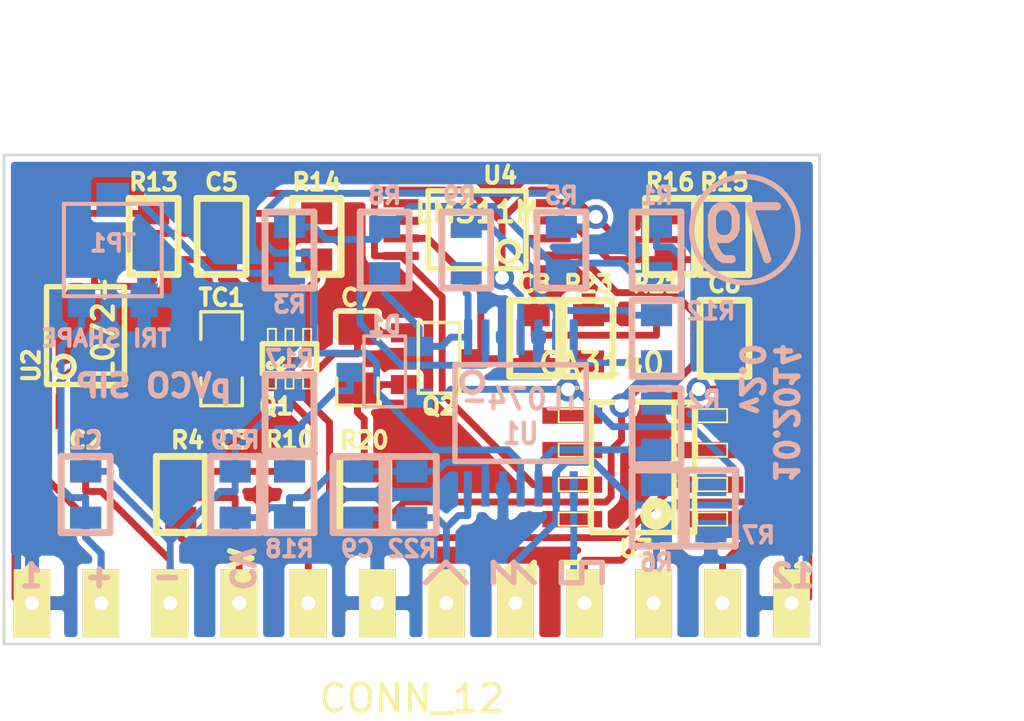
<source format=kicad_pcb>
(kicad_pcb (version 4) (host pcbnew "(2014-09-02 BZR 5112)-product")

  (general
    (links 94)
    (no_connects 10)
    (area 141.449999 76.15 181.571428 102.4782)
    (thickness 0.8)
    (drawings 46)
    (tracks 360)
    (zones 0)
    (modules 40)
    (nets 34)
  )

  (page A3)
  (layers
    (0 F.Cu signal)
    (31 B.Cu signal)
    (32 B.Adhes user)
    (33 F.Adhes user)
    (34 B.Paste user)
    (35 F.Paste user)
    (36 B.SilkS user)
    (37 F.SilkS user)
    (38 B.Mask user)
    (39 F.Mask user)
    (40 Dwgs.User user)
    (41 Cmts.User user)
    (42 Eco1.User user)
    (43 Eco2.User user)
    (44 Edge.Cuts user)
  )

  (setup
    (last_trace_width 0.254)
    (trace_clearance 0.2032)
    (zone_clearance 0.2032)
    (zone_45_only no)
    (trace_min 0.254)
    (segment_width 0.2)
    (edge_width 0.1)
    (via_size 0.889)
    (via_drill 0.508)
    (via_min_size 0.889)
    (via_min_drill 0.508)
    (uvia_size 0.508)
    (uvia_drill 0.127)
    (uvias_allowed no)
    (uvia_min_size 0.508)
    (uvia_min_drill 0.127)
    (pcb_text_width 0.3)
    (pcb_text_size 1.5 1.5)
    (mod_edge_width 0.15)
    (mod_text_size 1 1)
    (mod_text_width 0.15)
    (pad_size 1.35 2.5)
    (pad_drill 0.508)
    (pad_to_mask_clearance 0)
    (aux_axis_origin 0 0)
    (visible_elements 7FFEFF7F)
    (pcbplotparams
      (layerselection 0x010f0_80000001)
      (usegerberextensions true)
      (excludeedgelayer true)
      (linewidth 0.150000)
      (plotframeref false)
      (viasonmask false)
      (mode 1)
      (useauxorigin false)
      (hpglpennumber 1)
      (hpglpenspeed 20)
      (hpglpendiameter 15)
      (hpglpenoverlay 2)
      (psnegative false)
      (psa4output false)
      (plotreference true)
      (plotvalue false)
      (plotinvisibletext false)
      (padsonsilk false)
      (subtractmaskfromsilk true)
      (outputformat 1)
      (mirror false)
      (drillshape 0)
      (scaleselection 1)
      (outputdirectory Gerbers/))
  )

  (net 0 "")
  (net 1 +VCC)
  (net 2 -VCC)
  (net 3 /TRI_SHAPE)
  (net 4 0V)
  (net 5 PITCH_CV)
  (net 6 PULSE)
  (net 7 PWM_CV)
  (net 8 RAMP)
  (net 9 SAW)
  (net 10 SYNC)
  (net 11 TRI)
  (net 12 "Net-(C3-Pad1)")
  (net 13 "Net-(C5-Pad1)")
  (net 14 "Net-(C5-Pad2)")
  (net 15 "Net-(C6-Pad2)")
  (net 16 "Net-(C7-Pad1)")
  (net 17 "Net-(C7-Pad2)")
  (net 18 "Net-(C8-Pad1)")
  (net 19 "Net-(C8-Pad2)")
  (net 20 "Net-(C9-Pad1)")
  (net 21 "Net-(D1-Pad3)")
  (net 22 "Net-(Q1-Pad1)")
  (net 23 "Net-(Q1-Pad2)")
  (net 24 "Net-(R1-Pad2)")
  (net 25 "Net-(R2-Pad2)")
  (net 26 "Net-(R12-Pad1)")
  (net 27 "Net-(U3-Pad1)")
  (net 28 "Net-(U3-Pad5)")
  (net 29 "Net-(U3-Pad8)")
  (net 30 "Net-(U4-Pad5)")
  (net 31 "Net-(U4-Pad6)")
  (net 32 "Net-(D1-Pad2)")
  (net 33 SCALE)

  (net_class Default "This is the default net class."
    (clearance 0.2032)
    (trace_width 0.254)
    (via_dia 0.889)
    (via_drill 0.508)
    (uvia_dia 0.508)
    (uvia_drill 0.127)
    (add_net +VCC)
    (add_net -VCC)
    (add_net /TRI_SHAPE)
    (add_net 0V)
    (add_net "Net-(C3-Pad1)")
    (add_net "Net-(C5-Pad1)")
    (add_net "Net-(C5-Pad2)")
    (add_net "Net-(C6-Pad2)")
    (add_net "Net-(C7-Pad1)")
    (add_net "Net-(C7-Pad2)")
    (add_net "Net-(C8-Pad1)")
    (add_net "Net-(C8-Pad2)")
    (add_net "Net-(C9-Pad1)")
    (add_net "Net-(D1-Pad2)")
    (add_net "Net-(D1-Pad3)")
    (add_net "Net-(Q1-Pad1)")
    (add_net "Net-(Q1-Pad2)")
    (add_net "Net-(R1-Pad2)")
    (add_net "Net-(R12-Pad1)")
    (add_net "Net-(R2-Pad2)")
    (add_net "Net-(U3-Pad1)")
    (add_net "Net-(U3-Pad5)")
    (add_net "Net-(U3-Pad8)")
    (add_net "Net-(U4-Pad5)")
    (add_net "Net-(U4-Pad6)")
    (add_net PITCH_CV)
    (add_net PULSE)
    (add_net PWM_CV)
    (add_net RAMP)
    (add_net SAW)
    (add_net SCALE)
    (add_net SYNC)
    (add_net TRI)
  )

  (module TSSOP8-JRL (layer F.Cu) (tedit 540B915A) (tstamp 540508B8)
    (at 144.5 88.25)
    (path /53FFE3C7)
    (attr smd)
    (fp_text reference U2 (at -2 1 270) (layer F.SilkS)
      (effects (font (size 0.6096 0.6096) (thickness 0.1524)))
    )
    (fp_text value TL072- (at 0.65 -0.1 90) (layer F.SilkS)
      (effects (font (size 0.762 0.762) (thickness 0.16002)))
    )
    (fp_line (start -1.43 -1.9) (end 1.43 -1.9) (layer F.SilkS) (width 0.2))
    (fp_line (start 1.43 -1.9) (end 1.43 1.7) (layer F.SilkS) (width 0.2))
    (fp_line (start 1.43 1.7) (end -1.43 1.7) (layer F.SilkS) (width 0.2))
    (fp_line (start -1.438 1.678) (end -1.438 -1.878) (layer F.SilkS) (width 0.2))
    (fp_circle (center -0.803 1.043) (end -1.184 1.043) (layer F.SilkS) (width 0.2))
    (pad 1 smd rect (at -0.9554 2.694) (size 0.29972 1.30048) (layers F.Cu F.Paste F.Mask)
      (net 12 "Net-(C3-Pad1)"))
    (pad 2 smd rect (at -0.3204 2.694) (size 0.29972 1.30048) (layers F.Cu F.Paste F.Mask)
      (net 5 PITCH_CV))
    (pad 3 smd rect (at 0.34 2.694) (size 0.29972 1.30048) (layers F.Cu F.Paste F.Mask)
      (net 4 0V))
    (pad 4 smd rect (at 0.975 2.694) (size 0.29972 1.30048) (layers F.Cu F.Paste F.Mask)
      (net 2 -VCC))
    (pad 5 smd rect (at 0.975 -2.894) (size 0.29972 1.30048) (layers F.Cu F.Paste F.Mask)
      (net 4 0V))
    (pad 6 smd rect (at 0.3273 -2.894) (size 0.29972 1.30048) (layers F.Cu F.Paste F.Mask)
      (net 13 "Net-(C5-Pad1)"))
    (pad 7 smd rect (at -0.3204 -2.894) (size 0.29972 1.30048) (layers F.Cu F.Paste F.Mask)
      (net 14 "Net-(C5-Pad2)"))
    (pad 8 smd rect (at -0.9681 -2.894) (size 0.29972 1.30048) (layers F.Cu F.Paste F.Mask)
      (net 1 +VCC))
    (model "E:/Documents/KiCad/MyLibs/MyModules/3D models/TSSOP08.wrl"
      (at (xyz 0 0 0))
      (scale (xyz 0.3937 0.3937 0.3937))
      (rotate (xyz 0 0 180))
    )
  )

  (module TSSOP8-JRL (layer F.Cu) (tedit 540B90B7) (tstamp 540508C9)
    (at 159 84.25 90)
    (path /5113E081)
    (attr smd)
    (fp_text reference U4 (at 2 0.75 180) (layer F.SilkS)
      (effects (font (size 0.6096 0.6096) (thickness 0.1524)))
    )
    (fp_text value LM311M (at 0.65 -0.1 180) (layer F.SilkS)
      (effects (font (size 0.762 0.762) (thickness 0.16002)))
    )
    (fp_line (start -1.43 -1.9) (end 1.43 -1.9) (layer F.SilkS) (width 0.2))
    (fp_line (start 1.43 -1.9) (end 1.43 1.7) (layer F.SilkS) (width 0.2))
    (fp_line (start 1.43 1.7) (end -1.43 1.7) (layer F.SilkS) (width 0.2))
    (fp_line (start -1.438 1.678) (end -1.438 -1.878) (layer F.SilkS) (width 0.2))
    (fp_circle (center -0.803 1.043) (end -1.184 1.043) (layer F.SilkS) (width 0.2))
    (pad 1 smd rect (at -0.9554 2.694 90) (size 0.29972 1.30048) (layers F.Cu F.Paste F.Mask)
      (net 2 -VCC))
    (pad 2 smd rect (at -0.3204 2.694 90) (size 0.29972 1.30048) (layers F.Cu F.Paste F.Mask)
      (net 18 "Net-(C8-Pad1)"))
    (pad 3 smd rect (at 0.34 2.694 90) (size 0.29972 1.30048) (layers F.Cu F.Paste F.Mask)
      (net 15 "Net-(C6-Pad2)"))
    (pad 4 smd rect (at 0.975 2.694 90) (size 0.29972 1.30048) (layers F.Cu F.Paste F.Mask)
      (net 2 -VCC))
    (pad 5 smd rect (at 0.975 -2.894 90) (size 0.29972 1.30048) (layers F.Cu F.Paste F.Mask)
      (net 30 "Net-(U4-Pad5)"))
    (pad 6 smd rect (at 0.3273 -2.894 90) (size 0.29972 1.30048) (layers F.Cu F.Paste F.Mask)
      (net 31 "Net-(U4-Pad6)"))
    (pad 7 smd rect (at -0.3204 -2.894 90) (size 0.29972 1.30048) (layers F.Cu F.Paste F.Mask)
      (net 19 "Net-(C8-Pad2)"))
    (pad 8 smd rect (at -0.9681 -2.894 90) (size 0.29972 1.30048) (layers F.Cu F.Paste F.Mask)
      (net 1 +VCC))
    (model "E:/Documents/KiCad/MyLibs/MyModules/3D models/TSSOP08.wrl"
      (at (xyz 0 0 0))
      (scale (xyz 0.3937 0.3937 0.3937))
      (rotate (xyz 0 0 180))
    )
  )

  (module SOT363-JRL (layer F.Cu) (tedit 541058F4) (tstamp 54050907)
    (at 152 89)
    (descr "SMALL OUTLINE TRANSISTOR; 6 LEADS")
    (tags "SMALL OUTLINE TRANSISTOR; 6 LEADS")
    (path /5113E67D)
    (attr smd)
    (fp_text reference Q1 (at -0.5 1.75) (layer F.SilkS)
      (effects (font (size 0.6096 0.6096) (thickness 0.1524)))
    )
    (fp_text value BCM847 (at 1.016 2.286) (layer F.SilkS) hide
      (effects (font (size 0.8128 0.8128) (thickness 0.1524)))
    )
    (fp_line (start -0.79756 1.09982) (end -0.49784 1.09982) (layer F.SilkS) (width 0.06604))
    (fp_line (start -0.49784 1.09982) (end -0.49784 0.59944) (layer F.SilkS) (width 0.06604))
    (fp_line (start -0.79756 0.59944) (end -0.49784 0.59944) (layer F.SilkS) (width 0.06604))
    (fp_line (start -0.79756 1.09982) (end -0.79756 0.59944) (layer F.SilkS) (width 0.06604))
    (fp_line (start -0.14986 1.09982) (end 0.14986 1.09982) (layer F.SilkS) (width 0.06604))
    (fp_line (start 0.14986 1.09982) (end 0.14986 0.59944) (layer F.SilkS) (width 0.06604))
    (fp_line (start -0.14986 0.59944) (end 0.14986 0.59944) (layer F.SilkS) (width 0.06604))
    (fp_line (start -0.14986 1.09982) (end -0.14986 0.59944) (layer F.SilkS) (width 0.06604))
    (fp_line (start 0.49784 1.09982) (end 0.79756 1.09982) (layer F.SilkS) (width 0.06604))
    (fp_line (start 0.79756 1.09982) (end 0.79756 0.59944) (layer F.SilkS) (width 0.06604))
    (fp_line (start 0.49784 0.59944) (end 0.79756 0.59944) (layer F.SilkS) (width 0.06604))
    (fp_line (start 0.49784 1.09982) (end 0.49784 0.59944) (layer F.SilkS) (width 0.06604))
    (fp_line (start 0.49784 -0.59944) (end 0.79756 -0.59944) (layer F.SilkS) (width 0.06604))
    (fp_line (start 0.79756 -0.59944) (end 0.79756 -1.09982) (layer F.SilkS) (width 0.06604))
    (fp_line (start 0.49784 -1.09982) (end 0.79756 -1.09982) (layer F.SilkS) (width 0.06604))
    (fp_line (start 0.49784 -0.59944) (end 0.49784 -1.09982) (layer F.SilkS) (width 0.06604))
    (fp_line (start -0.14986 -0.59944) (end 0.14986 -0.59944) (layer F.SilkS) (width 0.06604))
    (fp_line (start 0.14986 -0.59944) (end 0.14986 -1.09982) (layer F.SilkS) (width 0.06604))
    (fp_line (start -0.14986 -1.09982) (end 0.14986 -1.09982) (layer F.SilkS) (width 0.06604))
    (fp_line (start -0.14986 -0.59944) (end -0.14986 -1.09982) (layer F.SilkS) (width 0.06604))
    (fp_line (start -0.79756 -0.59944) (end -0.49784 -0.59944) (layer F.SilkS) (width 0.06604))
    (fp_line (start -0.49784 -0.59944) (end -0.49784 -1.09982) (layer F.SilkS) (width 0.06604))
    (fp_line (start -0.79756 -1.09982) (end -0.49784 -1.09982) (layer F.SilkS) (width 0.06604))
    (fp_line (start -0.79756 -0.59944) (end -0.79756 -1.09982) (layer F.SilkS) (width 0.06604))
    (fp_line (start -0.99822 -0.54864) (end 0.99822 -0.54864) (layer F.SilkS) (width 0.2032))
    (fp_line (start 0.99822 -0.54864) (end 0.99822 0.54864) (layer F.SilkS) (width 0.2032))
    (fp_line (start 0.99822 0.54864) (end -0.99822 0.54864) (layer F.SilkS) (width 0.2032))
    (fp_line (start -0.99822 0.54864) (end -0.99822 -0.54864) (layer F.SilkS) (width 0.2032))
    (fp_circle (center -0.6985 0.24892) (end -0.77216 0.32258) (layer F.SilkS) (width 0.1524))
    (pad 1 smd rect (at -0.6477 0.79756) (size 0.39878 0.79756) (layers F.Cu F.Paste F.Mask)
      (net 22 "Net-(Q1-Pad1)"))
    (pad 2 smd rect (at 0 0.79756) (size 0.39878 0.79756) (layers F.Cu F.Paste F.Mask)
      (net 23 "Net-(Q1-Pad2)"))
    (pad 3 smd rect (at 0.6477 0.79756) (size 0.39878 0.79756) (layers F.Cu F.Paste F.Mask)
      (net 16 "Net-(C7-Pad1)"))
    (pad 4 smd rect (at 0.6477 -0.79756) (size 0.39878 0.79756) (layers F.Cu F.Paste F.Mask)
      (net 22 "Net-(Q1-Pad1)"))
    (pad 5 smd rect (at 0 -0.79756) (size 0.39878 0.79756) (layers F.Cu F.Paste F.Mask)
      (net 4 0V))
    (pad 6 smd rect (at -0.6477 -0.79756) (size 0.39878 0.79756) (layers F.Cu F.Paste F.Mask)
      (net 13 "Net-(C5-Pad1)"))
    (model "E:/Documents/ViaCAD/KiCad 3D modules/SOT363.wrl"
      (at (xyz 0 0 0))
      (scale (xyz 0.3937 0.3937 0.3937))
      (rotate (xyz 0 0 90))
    )
  )

  (module SOT23-JRL (layer F.Cu) (tedit 540B8E70) (tstamp 54050912)
    (at 157.5 89 270)
    (tags SOT23)
    (path /5113E160)
    (fp_text reference Q2 (at 1.75 0 360) (layer F.SilkS)
      (effects (font (size 0.6096 0.6096) (thickness 0.1524)))
    )
    (fp_text value MMBF4391LT1G (at 0.0635 0 270) (layer F.SilkS) hide
      (effects (font (size 0.8128 0.8128) (thickness 0.1524)))
    )
    (fp_line (start 1.27 0.762) (end -1.3335 0.762) (layer F.SilkS) (width 0.127))
    (fp_line (start -1.3335 0.762) (end -1.3335 -0.762) (layer F.SilkS) (width 0.127))
    (fp_line (start -1.3335 -0.762) (end 1.27 -0.762) (layer F.SilkS) (width 0.127))
    (fp_line (start 1.27 -0.762) (end 1.27 0.762) (layer F.SilkS) (width 0.127))
    (pad 3 smd rect (at 0 -1.27 270) (size 0.70104 1.00076) (layers F.Cu F.Paste F.Mask)
      (net 19 "Net-(C8-Pad2)"))
    (pad 1 smd rect (at 0.9525 1.27 270) (size 0.70104 1.00076) (layers F.Cu F.Paste F.Mask)
      (net 17 "Net-(C7-Pad2)"))
    (pad 2 smd rect (at -0.9525 1.27 270) (size 0.70104 1.00076) (layers F.Cu F.Paste F.Mask)
      (net 16 "Net-(C7-Pad1)"))
    (model smd/smd_transistors/sot23.wrl
      (at (xyz 0 0 0))
      (scale (xyz 1 1 1))
      (rotate (xyz 0 0 0))
    )
  )

  (module SOT23-JRL (layer B.Cu) (tedit 540B91AE) (tstamp 5405091D)
    (at 155.5 89.5 270)
    (tags SOT23)
    (path /5114032F)
    (fp_text reference D1 (at -1.75 0 360) (layer B.SilkS)
      (effects (font (size 0.6096 0.6096) (thickness 0.1524)) (justify mirror))
    )
    (fp_text value BAV70 (at 0.0635 0 270) (layer B.SilkS) hide
      (effects (font (size 0.8128 0.8128) (thickness 0.1524)) (justify mirror))
    )
    (fp_line (start 1.27 -0.762) (end -1.3335 -0.762) (layer B.SilkS) (width 0.127))
    (fp_line (start -1.3335 -0.762) (end -1.3335 0.762) (layer B.SilkS) (width 0.127))
    (fp_line (start -1.3335 0.762) (end 1.27 0.762) (layer B.SilkS) (width 0.127))
    (fp_line (start 1.27 0.762) (end 1.27 -0.762) (layer B.SilkS) (width 0.127))
    (pad 3 smd rect (at 0 1.27 270) (size 0.70104 1.00076) (layers B.Cu B.Paste B.Mask)
      (net 21 "Net-(D1-Pad3)"))
    (pad 1 smd rect (at 0.9525 -1.27 270) (size 0.70104 1.00076) (layers B.Cu B.Paste B.Mask)
      (net 9 SAW))
    (pad 2 smd rect (at -0.9525 -1.27 270) (size 0.70104 1.00076) (layers B.Cu B.Paste B.Mask)
      (net 32 "Net-(D1-Pad2)"))
    (model smd/smd_transistors/sot23.wrl
      (at (xyz 0 0 0))
      (scale (xyz 1 1 1))
      (rotate (xyz 0 0 0))
    )
  )

  (module SOIC-8-JRL (layer F.Cu) (tedit 540C80B4) (tstamp 54050951)
    (at 165 93 90)
    (descr "SMALL OUTLINE INTEGRATED CIRCUIT")
    (tags "SMALL OUTLINE INTEGRATED CIRCUIT")
    (path /5113E19B)
    (attr smd)
    (fp_text reference U3 (at -3 -0.25 180) (layer F.SilkS)
      (effects (font (size 0.6096 0.6096) (thickness 0.1524)))
    )
    (fp_text value CA3140 (at 3.81 -1.524 180) (layer F.SilkS)
      (effects (font (size 0.8128 0.8128) (thickness 0.1524)))
    )
    (fp_circle (center -1.708 0.481) (end -1.581 0.608) (layer F.SilkS) (width 0.4064))
    (fp_line (start -2.14884 3.0988) (end -1.65862 3.0988) (layer F.SilkS) (width 0.06604))
    (fp_line (start -1.65862 3.0988) (end -1.65862 1.99898) (layer F.SilkS) (width 0.06604))
    (fp_line (start -2.14884 1.99898) (end -1.65862 1.99898) (layer F.SilkS) (width 0.06604))
    (fp_line (start -2.14884 3.0988) (end -2.14884 1.99898) (layer F.SilkS) (width 0.06604))
    (fp_line (start -0.87884 3.0988) (end -0.38862 3.0988) (layer F.SilkS) (width 0.06604))
    (fp_line (start -0.38862 3.0988) (end -0.38862 1.99898) (layer F.SilkS) (width 0.06604))
    (fp_line (start -0.87884 1.99898) (end -0.38862 1.99898) (layer F.SilkS) (width 0.06604))
    (fp_line (start -0.87884 3.0988) (end -0.87884 1.99898) (layer F.SilkS) (width 0.06604))
    (fp_line (start 0.38862 3.0988) (end 0.87884 3.0988) (layer F.SilkS) (width 0.06604))
    (fp_line (start 0.87884 3.0988) (end 0.87884 1.99898) (layer F.SilkS) (width 0.06604))
    (fp_line (start 0.38862 1.99898) (end 0.87884 1.99898) (layer F.SilkS) (width 0.06604))
    (fp_line (start 0.38862 3.0988) (end 0.38862 1.99898) (layer F.SilkS) (width 0.06604))
    (fp_line (start 1.65862 3.0988) (end 2.14884 3.0988) (layer F.SilkS) (width 0.06604))
    (fp_line (start 2.14884 3.0988) (end 2.14884 1.99898) (layer F.SilkS) (width 0.06604))
    (fp_line (start 1.65862 1.99898) (end 2.14884 1.99898) (layer F.SilkS) (width 0.06604))
    (fp_line (start 1.65862 3.0988) (end 1.65862 1.99898) (layer F.SilkS) (width 0.06604))
    (fp_line (start 1.65862 -1.99898) (end 2.14884 -1.99898) (layer F.SilkS) (width 0.06604))
    (fp_line (start 2.14884 -1.99898) (end 2.14884 -3.0988) (layer F.SilkS) (width 0.06604))
    (fp_line (start 1.65862 -3.0988) (end 2.14884 -3.0988) (layer F.SilkS) (width 0.06604))
    (fp_line (start 1.65862 -1.99898) (end 1.65862 -3.0988) (layer F.SilkS) (width 0.06604))
    (fp_line (start 0.38862 -1.99898) (end 0.87884 -1.99898) (layer F.SilkS) (width 0.06604))
    (fp_line (start 0.87884 -1.99898) (end 0.87884 -3.0988) (layer F.SilkS) (width 0.06604))
    (fp_line (start 0.38862 -3.0988) (end 0.87884 -3.0988) (layer F.SilkS) (width 0.06604))
    (fp_line (start 0.38862 -1.99898) (end 0.38862 -3.0988) (layer F.SilkS) (width 0.06604))
    (fp_line (start -0.87884 -1.99898) (end -0.38862 -1.99898) (layer F.SilkS) (width 0.06604))
    (fp_line (start -0.38862 -1.99898) (end -0.38862 -3.0988) (layer F.SilkS) (width 0.06604))
    (fp_line (start -0.87884 -3.0988) (end -0.38862 -3.0988) (layer F.SilkS) (width 0.06604))
    (fp_line (start -0.87884 -1.99898) (end -0.87884 -3.0988) (layer F.SilkS) (width 0.06604))
    (fp_line (start -2.14884 -1.99898) (end -1.65862 -1.99898) (layer F.SilkS) (width 0.06604))
    (fp_line (start -1.65862 -1.99898) (end -1.65862 -3.0988) (layer F.SilkS) (width 0.06604))
    (fp_line (start -2.14884 -3.0988) (end -1.65862 -3.0988) (layer F.SilkS) (width 0.06604))
    (fp_line (start -2.14884 -1.99898) (end -2.14884 -3.0988) (layer F.SilkS) (width 0.06604))
    (fp_line (start 2.39776 -1.89992) (end 2.39776 1.39954) (layer F.SilkS) (width 0.2032))
    (fp_line (start 2.39776 1.39954) (end 2.39776 1.89992) (layer F.SilkS) (width 0.2032))
    (fp_line (start 2.39776 1.89992) (end -2.39776 1.89992) (layer F.SilkS) (width 0.2032))
    (fp_line (start -2.39776 1.89992) (end -2.39776 1.39954) (layer F.SilkS) (width 0.2032))
    (fp_line (start -2.39776 1.39954) (end -2.39776 -1.89992) (layer F.SilkS) (width 0.2032))
    (fp_line (start -2.39776 -1.89992) (end 2.39776 -1.89992) (layer F.SilkS) (width 0.2032))
    (fp_line (start 2.39776 1.14554) (end -2.39776 1.14554) (layer F.SilkS) (width 0.2032))
    (pad 1 smd rect (at -1.905 2.59842 90) (size 0.59944 2.19964) (layers F.Cu F.Paste F.Mask)
      (net 27 "Net-(U3-Pad1)"))
    (pad 2 smd rect (at -0.635 2.59842 90) (size 0.59944 2.19964) (layers F.Cu F.Paste F.Mask)
      (net 16 "Net-(C7-Pad1)"))
    (pad 3 smd rect (at 0.635 2.59842 90) (size 0.59944 2.19964) (layers F.Cu F.Paste F.Mask)
      (net 4 0V))
    (pad 4 smd rect (at 1.905 2.59842 90) (size 0.59944 2.19964) (layers F.Cu F.Paste F.Mask)
      (net 2 -VCC))
    (pad 5 smd rect (at 1.905 -2.59842 90) (size 0.59944 2.19964) (layers F.Cu F.Paste F.Mask)
      (net 28 "Net-(U3-Pad5)"))
    (pad 6 smd rect (at 0.635 -2.59842 90) (size 0.59944 2.19964) (layers F.Cu F.Paste F.Mask)
      (net 8 RAMP))
    (pad 7 smd rect (at -0.635 -2.59842 90) (size 0.59944 2.19964) (layers F.Cu F.Paste F.Mask)
      (net 1 +VCC))
    (pad 8 smd rect (at -1.905 -2.59842 90) (size 0.59944 2.19964) (layers F.Cu F.Paste F.Mask)
      (net 29 "Net-(U3-Pad8)"))
    (model smd/smd_dil/so-8.wrl
      (at (xyz 0 0 0))
      (scale (xyz 1 1 1))
      (rotate (xyz 0 0 0))
    )
  )

  (module SM0805-HAND (layer F.Cu) (tedit 540B8E60) (tstamp 54050979)
    (at 154.5 89 270)
    (path /5113F26E)
    (attr smd)
    (fp_text reference C7 (at -2.25 0 360) (layer F.SilkS)
      (effects (font (size 0.6096 0.6096) (thickness 0.1524)))
    )
    (fp_text value "2.2n 1%" (at 0 0 270) (layer F.SilkS) hide
      (effects (font (size 0.635 0.635) (thickness 0.127)))
    )
    (fp_line (start -0.7112 0.762) (end -1.7272 0.762) (layer F.SilkS) (width 0.127))
    (fp_line (start -1.7272 0.762) (end -1.7272 -0.762) (layer F.SilkS) (width 0.127))
    (fp_line (start -1.7272 -0.762) (end -0.7112 -0.762) (layer F.SilkS) (width 0.127))
    (fp_line (start 0.7112 -0.762) (end 1.7272 -0.762) (layer F.SilkS) (width 0.127))
    (fp_line (start 1.7272 -0.762) (end 1.7272 0.762) (layer F.SilkS) (width 0.127))
    (fp_line (start 1.7272 0.762) (end 0.7112 0.762) (layer F.SilkS) (width 0.127))
    (pad 1 smd rect (at -1.0795 0 270) (size 1.143 1.397) (layers F.Cu F.Paste F.Mask)
      (net 16 "Net-(C7-Pad1)"))
    (pad 2 smd rect (at 1.0795 0 270) (size 1.143 1.397) (layers F.Cu F.Paste F.Mask)
      (net 17 "Net-(C7-Pad2)"))
    (model smd/chip_cms.wrl
      (at (xyz 0 0 0))
      (scale (xyz 0.1 0.1 0.1))
      (rotate (xyz 0 0 0))
    )
  )

  (module SM0805-HAND (layer F.Cu) (tedit 540B8E56) (tstamp 5405D719)
    (at 149.5 89 270)
    (path /5113EC84)
    (attr smd)
    (fp_text reference TC1 (at -2.25 0 360) (layer F.SilkS)
      (effects (font (size 0.6096 0.6096) (thickness 0.1524)))
    )
    (fp_text value "1K 3300ppm/K" (at 0 0 270) (layer F.SilkS) hide
      (effects (font (size 0.635 0.635) (thickness 0.127)))
    )
    (fp_line (start -0.7112 0.762) (end -1.7272 0.762) (layer F.SilkS) (width 0.127))
    (fp_line (start -1.7272 0.762) (end -1.7272 -0.762) (layer F.SilkS) (width 0.127))
    (fp_line (start -1.7272 -0.762) (end -0.7112 -0.762) (layer F.SilkS) (width 0.127))
    (fp_line (start 0.7112 -0.762) (end 1.7272 -0.762) (layer F.SilkS) (width 0.127))
    (fp_line (start 1.7272 -0.762) (end 1.7272 0.762) (layer F.SilkS) (width 0.127))
    (fp_line (start 1.7272 0.762) (end 0.7112 0.762) (layer F.SilkS) (width 0.127))
    (pad 1 smd rect (at -1.0795 0 270) (size 1.143 1.397) (layers F.Cu F.Paste F.Mask)
      (net 4 0V))
    (pad 2 smd rect (at 1.0795 0 270) (size 1.143 1.397) (layers F.Cu F.Paste F.Mask)
      (net 23 "Net-(Q1-Pad2)"))
    (model smd/chip_cms.wrl
      (at (xyz 0 0 0))
      (scale (xyz 0.1 0.1 0.1))
      (rotate (xyz 0 0 0))
    )
  )

  (module SM0603-JRL (layer F.Cu) (tedit 540B90EC) (tstamp 5405098F)
    (at 148 94 90)
    (path /5113EBF1)
    (attr smd)
    (fp_text reference R4 (at 2 0.25 180) (layer F.SilkS)
      (effects (font (size 0.6096 0.6096) (thickness 0.1524)))
    )
    (fp_text value 91K (at 0 0 90) (layer F.SilkS) hide
      (effects (font (size 0.508 0.4572) (thickness 0.1143)))
    )
    (fp_line (start -1.4 0.9) (end 1.4 0.9) (layer F.SilkS) (width 0.254))
    (fp_line (start 1.4 0.9) (end 1.4 -0.9) (layer F.SilkS) (width 0.254))
    (fp_line (start 1.4 -0.9) (end -1.4 -0.9) (layer F.SilkS) (width 0.254))
    (fp_line (start -1.4 -0.9) (end -1.4 0.9) (layer F.SilkS) (width 0.254))
    (pad 1 smd rect (at -0.8509 0 90) (size 0.8128 1.143) (layers F.Cu F.Paste F.Mask)
      (net 33 SCALE))
    (pad 2 smd rect (at 0.8509 0 90) (size 0.8128 1.143) (layers F.Cu F.Paste F.Mask)
      (net 12 "Net-(C3-Pad1)"))
    (model smd\resistors\R0603.wrl
      (at (xyz 0 0 0.001))
      (scale (xyz 0.5 0.5 0.5))
      (rotate (xyz 0 0 0))
    )
  )

  (module SM0603-JRL (layer B.Cu) (tedit 540B919C) (tstamp 54050999)
    (at 152 94 270)
    (path /51140351)
    (attr smd)
    (fp_text reference R18 (at 2 0 360) (layer B.SilkS)
      (effects (font (size 0.6096 0.6096) (thickness 0.1524)) (justify mirror))
    )
    (fp_text value 15K (at 0 0 270) (layer B.SilkS) hide
      (effects (font (size 0.508 0.4572) (thickness 0.1143)) (justify mirror))
    )
    (fp_line (start -1.4 -0.9) (end 1.4 -0.9) (layer B.SilkS) (width 0.254))
    (fp_line (start 1.4 -0.9) (end 1.4 0.9) (layer B.SilkS) (width 0.254))
    (fp_line (start 1.4 0.9) (end -1.4 0.9) (layer B.SilkS) (width 0.254))
    (fp_line (start -1.4 0.9) (end -1.4 -0.9) (layer B.SilkS) (width 0.254))
    (pad 1 smd rect (at -0.8509 0 270) (size 0.8128 1.143) (layers B.Cu B.Paste B.Mask)
      (net 21 "Net-(D1-Pad3)"))
    (pad 2 smd rect (at 0.8509 0 270) (size 0.8128 1.143) (layers B.Cu B.Paste B.Mask)
      (net 20 "Net-(C9-Pad1)"))
    (model smd\resistors\R0603.wrl
      (at (xyz 0 0 0.001))
      (scale (xyz 0.5 0.5 0.5))
      (rotate (xyz 0 0 0))
    )
  )

  (module SM0603-JRL (layer F.Cu) (tedit 540B8E25) (tstamp 540509A3)
    (at 149.5 84.5 90)
    (path /5113EFA7)
    (attr smd)
    (fp_text reference C5 (at 2 0 180) (layer F.SilkS)
      (effects (font (size 0.6096 0.6096) (thickness 0.1524)))
    )
    (fp_text value 100p (at 0 0 90) (layer F.SilkS) hide
      (effects (font (size 0.508 0.4572) (thickness 0.1143)))
    )
    (fp_line (start -1.4 0.9) (end 1.4 0.9) (layer F.SilkS) (width 0.254))
    (fp_line (start 1.4 0.9) (end 1.4 -0.9) (layer F.SilkS) (width 0.254))
    (fp_line (start 1.4 -0.9) (end -1.4 -0.9) (layer F.SilkS) (width 0.254))
    (fp_line (start -1.4 -0.9) (end -1.4 0.9) (layer F.SilkS) (width 0.254))
    (pad 1 smd rect (at -0.8509 0 90) (size 0.8128 1.143) (layers F.Cu F.Paste F.Mask)
      (net 13 "Net-(C5-Pad1)"))
    (pad 2 smd rect (at 0.8509 0 90) (size 0.8128 1.143) (layers F.Cu F.Paste F.Mask)
      (net 14 "Net-(C5-Pad2)"))
    (model smd\resistors\R0603.wrl
      (at (xyz 0 0 0.001))
      (scale (xyz 0.5 0.5 0.5))
      (rotate (xyz 0 0 0))
    )
  )

  (module SM0603-JRL (layer F.Cu) (tedit 540B8E2C) (tstamp 540509AD)
    (at 153 84.5 270)
    (path /5113EF8B)
    (attr smd)
    (fp_text reference R14 (at -2 0 360) (layer F.SilkS)
      (effects (font (size 0.6096 0.6096) (thickness 0.1524)))
    )
    (fp_text value 10K (at 0 0 270) (layer F.SilkS) hide
      (effects (font (size 0.508 0.4572) (thickness 0.1143)))
    )
    (fp_line (start -1.4 0.9) (end 1.4 0.9) (layer F.SilkS) (width 0.254))
    (fp_line (start 1.4 0.9) (end 1.4 -0.9) (layer F.SilkS) (width 0.254))
    (fp_line (start 1.4 -0.9) (end -1.4 -0.9) (layer F.SilkS) (width 0.254))
    (fp_line (start -1.4 -0.9) (end -1.4 0.9) (layer F.SilkS) (width 0.254))
    (pad 1 smd rect (at -0.8509 0 270) (size 0.8128 1.143) (layers F.Cu F.Paste F.Mask)
      (net 14 "Net-(C5-Pad2)"))
    (pad 2 smd rect (at 0.8509 0 270) (size 0.8128 1.143) (layers F.Cu F.Paste F.Mask)
      (net 22 "Net-(Q1-Pad1)"))
    (model smd\resistors\R0603.wrl
      (at (xyz 0 0 0.001))
      (scale (xyz 0.5 0.5 0.5))
      (rotate (xyz 0 0 0))
    )
  )

  (module SM0603-JRL (layer F.Cu) (tedit 540B8E20) (tstamp 540509B7)
    (at 147 84.5 90)
    (path /5113EEC1)
    (attr smd)
    (fp_text reference R13 (at 2 0 180) (layer F.SilkS)
      (effects (font (size 0.6096 0.6096) (thickness 0.1524)))
    )
    (fp_text value 1.5M (at 0 0 90) (layer F.SilkS) hide
      (effects (font (size 0.508 0.4572) (thickness 0.1143)))
    )
    (fp_line (start -1.4 0.9) (end 1.4 0.9) (layer F.SilkS) (width 0.254))
    (fp_line (start 1.4 0.9) (end 1.4 -0.9) (layer F.SilkS) (width 0.254))
    (fp_line (start 1.4 -0.9) (end -1.4 -0.9) (layer F.SilkS) (width 0.254))
    (fp_line (start -1.4 -0.9) (end -1.4 0.9) (layer F.SilkS) (width 0.254))
    (pad 1 smd rect (at -0.8509 0 90) (size 0.8128 1.143) (layers F.Cu F.Paste F.Mask)
      (net 13 "Net-(C5-Pad1)"))
    (pad 2 smd rect (at 0.8509 0 90) (size 0.8128 1.143) (layers F.Cu F.Paste F.Mask)
      (net 1 +VCC))
    (model smd\resistors\R0603.wrl
      (at (xyz 0 0 0.001))
      (scale (xyz 0.5 0.5 0.5))
      (rotate (xyz 0 0 0))
    )
  )

  (module SM0603-JRL (layer F.Cu) (tedit 540B90F4) (tstamp 5405D724)
    (at 152 94 270)
    (path /5113EC77)
    (attr smd)
    (fp_text reference R10 (at -2 0 360) (layer F.SilkS)
      (effects (font (size 0.6096 0.6096) (thickness 0.1524)))
    )
    (fp_text value 56K (at 0 0 270) (layer F.SilkS) hide
      (effects (font (size 0.508 0.4572) (thickness 0.1143)))
    )
    (fp_line (start -1.4 0.9) (end 1.4 0.9) (layer F.SilkS) (width 0.254))
    (fp_line (start 1.4 0.9) (end 1.4 -0.9) (layer F.SilkS) (width 0.254))
    (fp_line (start 1.4 -0.9) (end -1.4 -0.9) (layer F.SilkS) (width 0.254))
    (fp_line (start -1.4 -0.9) (end -1.4 0.9) (layer F.SilkS) (width 0.254))
    (pad 1 smd rect (at -0.8509 0 270) (size 0.8128 1.143) (layers F.Cu F.Paste F.Mask)
      (net 12 "Net-(C3-Pad1)"))
    (pad 2 smd rect (at 0.8509 0 270) (size 0.8128 1.143) (layers F.Cu F.Paste F.Mask)
      (net 23 "Net-(Q1-Pad2)"))
    (model smd\resistors\R0603.wrl
      (at (xyz 0 0 0.001))
      (scale (xyz 0.5 0.5 0.5))
      (rotate (xyz 0 0 0))
    )
  )

  (module SM0603-JRL (layer F.Cu) (tedit 540B90F1) (tstamp 540509CB)
    (at 150 94 270)
    (path /5113EC21)
    (attr smd)
    (fp_text reference C3 (at -2 0 360) (layer F.SilkS)
      (effects (font (size 0.6096 0.6096) (thickness 0.1524)))
    )
    (fp_text value 100p (at 0 0 270) (layer F.SilkS) hide
      (effects (font (size 0.508 0.4572) (thickness 0.1143)))
    )
    (fp_line (start -1.4 0.9) (end 1.4 0.9) (layer F.SilkS) (width 0.254))
    (fp_line (start 1.4 0.9) (end 1.4 -0.9) (layer F.SilkS) (width 0.254))
    (fp_line (start 1.4 -0.9) (end -1.4 -0.9) (layer F.SilkS) (width 0.254))
    (fp_line (start -1.4 -0.9) (end -1.4 0.9) (layer F.SilkS) (width 0.254))
    (pad 1 smd rect (at -0.8509 0 270) (size 0.8128 1.143) (layers F.Cu F.Paste F.Mask)
      (net 12 "Net-(C3-Pad1)"))
    (pad 2 smd rect (at 0.8509 0 270) (size 0.8128 1.143) (layers F.Cu F.Paste F.Mask)
      (net 5 PITCH_CV))
    (model smd\resistors\R0603.wrl
      (at (xyz 0 0 0.001))
      (scale (xyz 0.5 0.5 0.5))
      (rotate (xyz 0 0 0))
    )
  )

  (module SM0603-JRL (layer F.Cu) (tedit 540B9100) (tstamp 540509D5)
    (at 154.75 94 270)
    (path /5113F30F)
    (attr smd)
    (fp_text reference R20 (at -2 0 360) (layer F.SilkS)
      (effects (font (size 0.6096 0.6096) (thickness 0.1524)))
    )
    (fp_text value 680 (at 0 0 270) (layer F.SilkS) hide
      (effects (font (size 0.508 0.4572) (thickness 0.1143)))
    )
    (fp_line (start -1.4 0.9) (end 1.4 0.9) (layer F.SilkS) (width 0.254))
    (fp_line (start 1.4 0.9) (end 1.4 -0.9) (layer F.SilkS) (width 0.254))
    (fp_line (start 1.4 -0.9) (end -1.4 -0.9) (layer F.SilkS) (width 0.254))
    (fp_line (start -1.4 -0.9) (end -1.4 0.9) (layer F.SilkS) (width 0.254))
    (pad 1 smd rect (at -0.8509 0 270) (size 0.8128 1.143) (layers F.Cu F.Paste F.Mask)
      (net 17 "Net-(C7-Pad2)"))
    (pad 2 smd rect (at 0.8509 0 270) (size 0.8128 1.143) (layers F.Cu F.Paste F.Mask)
      (net 8 RAMP))
    (model smd\resistors\R0603.wrl
      (at (xyz 0 0 0.001))
      (scale (xyz 0.5 0.5 0.5))
      (rotate (xyz 0 0 0))
    )
  )

  (module SM0603-JRL (layer B.Cu) (tedit 540B9197) (tstamp 540509DF)
    (at 150 94 270)
    (path /5114035A)
    (attr smd)
    (fp_text reference R19 (at -2 0 360) (layer B.SilkS)
      (effects (font (size 0.6096 0.6096) (thickness 0.1524)) (justify mirror))
    )
    (fp_text value 56K (at 0 0 270) (layer B.SilkS) hide
      (effects (font (size 0.508 0.4572) (thickness 0.1143)) (justify mirror))
    )
    (fp_line (start -1.4 -0.9) (end 1.4 -0.9) (layer B.SilkS) (width 0.254))
    (fp_line (start 1.4 -0.9) (end 1.4 0.9) (layer B.SilkS) (width 0.254))
    (fp_line (start 1.4 0.9) (end -1.4 0.9) (layer B.SilkS) (width 0.254))
    (fp_line (start -1.4 0.9) (end -1.4 -0.9) (layer B.SilkS) (width 0.254))
    (pad 1 smd rect (at -0.8509 0 270) (size 0.8128 1.143) (layers B.Cu B.Paste B.Mask)
      (net 2 -VCC))
    (pad 2 smd rect (at 0.8509 0 270) (size 0.8128 1.143) (layers B.Cu B.Paste B.Mask)
      (net 20 "Net-(C9-Pad1)"))
    (model smd\resistors\R0603.wrl
      (at (xyz 0 0 0.001))
      (scale (xyz 0.5 0.5 0.5))
      (rotate (xyz 0 0 0))
    )
  )

  (module SM0603-JRL (layer B.Cu) (tedit 540B91A3) (tstamp 540509E9)
    (at 156.5 94 270)
    (path /51140397)
    (attr smd)
    (fp_text reference R22 (at 2 0 360) (layer B.SilkS)
      (effects (font (size 0.6096 0.6096) (thickness 0.1524)) (justify mirror))
    )
    (fp_text value 33K (at 0 0 270) (layer B.SilkS) hide
      (effects (font (size 0.508 0.4572) (thickness 0.1143)) (justify mirror))
    )
    (fp_line (start -1.4 -0.9) (end 1.4 -0.9) (layer B.SilkS) (width 0.254))
    (fp_line (start 1.4 -0.9) (end 1.4 0.9) (layer B.SilkS) (width 0.254))
    (fp_line (start 1.4 0.9) (end -1.4 0.9) (layer B.SilkS) (width 0.254))
    (fp_line (start -1.4 0.9) (end -1.4 -0.9) (layer B.SilkS) (width 0.254))
    (pad 1 smd rect (at -0.8509 0 270) (size 0.8128 1.143) (layers B.Cu B.Paste B.Mask)
      (net 20 "Net-(C9-Pad1)"))
    (pad 2 smd rect (at 0.8509 0 270) (size 0.8128 1.143) (layers B.Cu B.Paste B.Mask)
      (net 11 TRI))
    (model smd\resistors\R0603.wrl
      (at (xyz 0 0 0.001))
      (scale (xyz 0.5 0.5 0.5))
      (rotate (xyz 0 0 0))
    )
  )

  (module SM0603-JRL (layer B.Cu) (tedit 540B919E) (tstamp 540509F3)
    (at 154.5 94 270)
    (path /5114039E)
    (attr smd)
    (fp_text reference C9 (at 2 0 360) (layer B.SilkS)
      (effects (font (size 0.6096 0.6096) (thickness 0.1524)) (justify mirror))
    )
    (fp_text value 100p (at 0 0 270) (layer B.SilkS) hide
      (effects (font (size 0.508 0.4572) (thickness 0.1143)) (justify mirror))
    )
    (fp_line (start -1.4 -0.9) (end 1.4 -0.9) (layer B.SilkS) (width 0.254))
    (fp_line (start 1.4 -0.9) (end 1.4 0.9) (layer B.SilkS) (width 0.254))
    (fp_line (start 1.4 0.9) (end -1.4 0.9) (layer B.SilkS) (width 0.254))
    (fp_line (start -1.4 0.9) (end -1.4 -0.9) (layer B.SilkS) (width 0.254))
    (pad 1 smd rect (at -0.8509 0 270) (size 0.8128 1.143) (layers B.Cu B.Paste B.Mask)
      (net 20 "Net-(C9-Pad1)"))
    (pad 2 smd rect (at 0.8509 0 270) (size 0.8128 1.143) (layers B.Cu B.Paste B.Mask)
      (net 11 TRI))
    (model smd\resistors\R0603.wrl
      (at (xyz 0 0 0.001))
      (scale (xyz 0.5 0.5 0.5))
      (rotate (xyz 0 0 0))
    )
  )

  (module SM0603-JRL (layer B.Cu) (tedit 540B918C) (tstamp 54050A11)
    (at 144.5 94 90)
    (path /51141E60)
    (attr smd)
    (fp_text reference C1 (at 2 0 180) (layer B.SilkS)
      (effects (font (size 0.6096 0.6096) (thickness 0.1524)) (justify mirror))
    )
    (fp_text value 100n (at 0 0 90) (layer B.SilkS) hide
      (effects (font (size 0.508 0.4572) (thickness 0.1143)) (justify mirror))
    )
    (fp_line (start -1.4 -0.9) (end 1.4 -0.9) (layer B.SilkS) (width 0.254))
    (fp_line (start 1.4 -0.9) (end 1.4 0.9) (layer B.SilkS) (width 0.254))
    (fp_line (start 1.4 0.9) (end -1.4 0.9) (layer B.SilkS) (width 0.254))
    (fp_line (start -1.4 0.9) (end -1.4 -0.9) (layer B.SilkS) (width 0.254))
    (pad 1 smd rect (at -0.8509 0 90) (size 0.8128 1.143) (layers B.Cu B.Paste B.Mask)
      (net 1 +VCC))
    (pad 2 smd rect (at 0.8509 0 90) (size 0.8128 1.143) (layers B.Cu B.Paste B.Mask)
      (net 2 -VCC))
    (model smd\resistors\R0603.wrl
      (at (xyz 0 0 0.001))
      (scale (xyz 0.5 0.5 0.5))
      (rotate (xyz 0 0 0))
    )
  )

  (module SM0603-JRL (layer F.Cu) (tedit 540B90E9) (tstamp 54050A1B)
    (at 144.5 94 90)
    (path /51141E68)
    (attr smd)
    (fp_text reference C2 (at 2 0 180) (layer F.SilkS)
      (effects (font (size 0.6096 0.6096) (thickness 0.1524)))
    )
    (fp_text value 100n (at 0 0 90) (layer F.SilkS) hide
      (effects (font (size 0.508 0.4572) (thickness 0.1143)))
    )
    (fp_line (start -1.4 0.9) (end 1.4 0.9) (layer F.SilkS) (width 0.254))
    (fp_line (start 1.4 0.9) (end 1.4 -0.9) (layer F.SilkS) (width 0.254))
    (fp_line (start 1.4 -0.9) (end -1.4 -0.9) (layer F.SilkS) (width 0.254))
    (fp_line (start -1.4 -0.9) (end -1.4 0.9) (layer F.SilkS) (width 0.254))
    (pad 1 smd rect (at -0.8509 0 90) (size 0.8128 1.143) (layers F.Cu F.Paste F.Mask)
      (net 1 +VCC))
    (pad 2 smd rect (at 0.8509 0 90) (size 0.8128 1.143) (layers F.Cu F.Paste F.Mask)
      (net 2 -VCC))
    (model smd\resistors\R0603.wrl
      (at (xyz 0 0 0.001))
      (scale (xyz 0.5 0.5 0.5))
      (rotate (xyz 0 0 0))
    )
  )

  (module SM0603-JRL (layer B.Cu) (tedit 540B9209) (tstamp 54050A25)
    (at 167.5 94.5 270)
    (path /5113FD80)
    (attr smd)
    (fp_text reference R7 (at 1 -1.75 360) (layer B.SilkS)
      (effects (font (size 0.6096 0.6096) (thickness 0.1524)) (justify mirror))
    )
    (fp_text value 56K (at 0 0 270) (layer B.SilkS) hide
      (effects (font (size 0.508 0.4572) (thickness 0.1143)) (justify mirror))
    )
    (fp_line (start -1.4 -0.9) (end 1.4 -0.9) (layer B.SilkS) (width 0.254))
    (fp_line (start 1.4 -0.9) (end 1.4 0.9) (layer B.SilkS) (width 0.254))
    (fp_line (start 1.4 0.9) (end -1.4 0.9) (layer B.SilkS) (width 0.254))
    (fp_line (start -1.4 0.9) (end -1.4 -0.9) (layer B.SilkS) (width 0.254))
    (pad 1 smd rect (at -0.8509 0 270) (size 0.8128 1.143) (layers B.Cu B.Paste B.Mask)
      (net 25 "Net-(R2-Pad2)"))
    (pad 2 smd rect (at 0.8509 0 270) (size 0.8128 1.143) (layers B.Cu B.Paste B.Mask)
      (net 4 0V))
    (model smd\resistors\R0603.wrl
      (at (xyz 0 0 0.001))
      (scale (xyz 0.5 0.5 0.5))
      (rotate (xyz 0 0 0))
    )
  )

  (module SM0603-JRL (layer B.Cu) (tedit 540B9192) (tstamp 54050A2F)
    (at 152 91 270)
    (path /51140354)
    (attr smd)
    (fp_text reference R17 (at -2 0 360) (layer B.SilkS)
      (effects (font (size 0.6096 0.6096) (thickness 0.1524)) (justify mirror))
    )
    (fp_text value 15K (at 0 0 270) (layer B.SilkS) hide
      (effects (font (size 0.508 0.4572) (thickness 0.1143)) (justify mirror))
    )
    (fp_line (start -1.4 -0.9) (end 1.4 -0.9) (layer B.SilkS) (width 0.254))
    (fp_line (start 1.4 -0.9) (end 1.4 0.9) (layer B.SilkS) (width 0.254))
    (fp_line (start 1.4 0.9) (end -1.4 0.9) (layer B.SilkS) (width 0.254))
    (fp_line (start -1.4 0.9) (end -1.4 -0.9) (layer B.SilkS) (width 0.254))
    (pad 1 smd rect (at -0.8509 0 270) (size 0.8128 1.143) (layers B.Cu B.Paste B.Mask)
      (net 2 -VCC))
    (pad 2 smd rect (at 0.8509 0 270) (size 0.8128 1.143) (layers B.Cu B.Paste B.Mask)
      (net 21 "Net-(D1-Pad3)"))
    (model smd\resistors\R0603.wrl
      (at (xyz 0 0 0.001))
      (scale (xyz 0.5 0.5 0.5))
      (rotate (xyz 0 0 0))
    )
  )

  (module SM0603-JRL (layer B.Cu) (tedit 540B91F5) (tstamp 54088575)
    (at 165.5 88.25 270)
    (path /511401BE)
    (attr smd)
    (fp_text reference R12 (at -1 -2 360) (layer B.SilkS)
      (effects (font (size 0.6096 0.6096) (thickness 0.1524)) (justify mirror))
    )
    (fp_text value 56K (at 0 0 270) (layer B.SilkS) hide
      (effects (font (size 0.508 0.4572) (thickness 0.1143)) (justify mirror))
    )
    (fp_line (start -1.4 -0.9) (end 1.4 -0.9) (layer B.SilkS) (width 0.254))
    (fp_line (start 1.4 -0.9) (end 1.4 0.9) (layer B.SilkS) (width 0.254))
    (fp_line (start 1.4 0.9) (end -1.4 0.9) (layer B.SilkS) (width 0.254))
    (fp_line (start -1.4 0.9) (end -1.4 -0.9) (layer B.SilkS) (width 0.254))
    (pad 1 smd rect (at -0.8509 0 270) (size 0.8128 1.143) (layers B.Cu B.Paste B.Mask)
      (net 26 "Net-(R12-Pad1)"))
    (pad 2 smd rect (at 0.8509 0 270) (size 0.8128 1.143) (layers B.Cu B.Paste B.Mask)
      (net 9 SAW))
    (model smd\resistors\R0603.wrl
      (at (xyz 0 0 0.001))
      (scale (xyz 0.5 0.5 0.5))
      (rotate (xyz 0 0 0))
    )
  )

  (module SM0603-JRL (layer B.Cu) (tedit 540B91BB) (tstamp 54050A43)
    (at 158.5 85 90)
    (path /51140175)
    (attr smd)
    (fp_text reference R9 (at 2 -0.25 180) (layer B.SilkS)
      (effects (font (size 0.6096 0.6096) (thickness 0.1524)) (justify mirror))
    )
    (fp_text value 56K (at 0 0 90) (layer B.SilkS) hide
      (effects (font (size 0.508 0.4572) (thickness 0.1143)) (justify mirror))
    )
    (fp_line (start -1.4 -0.9) (end 1.4 -0.9) (layer B.SilkS) (width 0.254))
    (fp_line (start 1.4 -0.9) (end 1.4 0.9) (layer B.SilkS) (width 0.254))
    (fp_line (start 1.4 0.9) (end -1.4 0.9) (layer B.SilkS) (width 0.254))
    (fp_line (start -1.4 0.9) (end -1.4 -0.9) (layer B.SilkS) (width 0.254))
    (pad 1 smd rect (at -0.8509 0 90) (size 0.8128 1.143) (layers B.Cu B.Paste B.Mask)
      (net 32 "Net-(D1-Pad2)"))
    (pad 2 smd rect (at 0.8509 0 90) (size 0.8128 1.143) (layers B.Cu B.Paste B.Mask)
      (net 26 "Net-(R12-Pad1)"))
    (model smd\resistors\R0603.wrl
      (at (xyz 0 0 0.001))
      (scale (xyz 0.5 0.5 0.5))
      (rotate (xyz 0 0 0))
    )
  )

  (module SM0603-JRL (layer B.Cu) (tedit 540B91B6) (tstamp 5408AEFB)
    (at 155.5 85 270)
    (path /511400C2)
    (attr smd)
    (fp_text reference R8 (at -2 0 360) (layer B.SilkS)
      (effects (font (size 0.6096 0.6096) (thickness 0.1524)) (justify mirror))
    )
    (fp_text value 39K (at 0 0 270) (layer B.SilkS) hide
      (effects (font (size 0.508 0.4572) (thickness 0.1143)) (justify mirror))
    )
    (fp_line (start -1.4 -0.9) (end 1.4 -0.9) (layer B.SilkS) (width 0.254))
    (fp_line (start 1.4 -0.9) (end 1.4 0.9) (layer B.SilkS) (width 0.254))
    (fp_line (start 1.4 0.9) (end -1.4 0.9) (layer B.SilkS) (width 0.254))
    (fp_line (start -1.4 0.9) (end -1.4 -0.9) (layer B.SilkS) (width 0.254))
    (pad 1 smd rect (at -0.8509 0 270) (size 0.8128 1.143) (layers B.Cu B.Paste B.Mask)
      (net 24 "Net-(R1-Pad2)"))
    (pad 2 smd rect (at 0.8509 0 270) (size 0.8128 1.143) (layers B.Cu B.Paste B.Mask)
      (net 32 "Net-(D1-Pad2)"))
    (model smd\resistors\R0603.wrl
      (at (xyz 0 0 0.001))
      (scale (xyz 0.5 0.5 0.5))
      (rotate (xyz 0 0 0))
    )
  )

  (module SM0603-JRL (layer B.Cu) (tedit 540B91B4) (tstamp 54050A57)
    (at 152 85 90)
    (path /51140027)
    (attr smd)
    (fp_text reference R3 (at -2 0 180) (layer B.SilkS)
      (effects (font (size 0.6096 0.6096) (thickness 0.1524)) (justify mirror))
    )
    (fp_text value 1M (at 0 0 90) (layer B.SilkS) hide
      (effects (font (size 0.508 0.4572) (thickness 0.1143)) (justify mirror))
    )
    (fp_line (start -1.4 -0.9) (end 1.4 -0.9) (layer B.SilkS) (width 0.254))
    (fp_line (start 1.4 -0.9) (end 1.4 0.9) (layer B.SilkS) (width 0.254))
    (fp_line (start 1.4 0.9) (end -1.4 0.9) (layer B.SilkS) (width 0.254))
    (fp_line (start -1.4 0.9) (end -1.4 -0.9) (layer B.SilkS) (width 0.254))
    (pad 1 smd rect (at -0.8509 0 90) (size 0.8128 1.143) (layers B.Cu B.Paste B.Mask)
      (net 3 /TRI_SHAPE))
    (pad 2 smd rect (at 0.8509 0 90) (size 0.8128 1.143) (layers B.Cu B.Paste B.Mask)
      (net 24 "Net-(R1-Pad2)"))
    (model smd\resistors\R0603.wrl
      (at (xyz 0 0 0.001))
      (scale (xyz 0.5 0.5 0.5))
      (rotate (xyz 0 0 0))
    )
  )

  (module SM0603-JRL (layer B.Cu) (tedit 540B91BE) (tstamp 54050A61)
    (at 162 85 270)
    (path /5113FFCA)
    (attr smd)
    (fp_text reference R5 (at -2 0 360) (layer B.SilkS)
      (effects (font (size 0.6096 0.6096) (thickness 0.1524)) (justify mirror))
    )
    (fp_text value 56K (at 0 0 270) (layer B.SilkS) hide
      (effects (font (size 0.508 0.4572) (thickness 0.1143)) (justify mirror))
    )
    (fp_line (start -1.4 -0.9) (end 1.4 -0.9) (layer B.SilkS) (width 0.254))
    (fp_line (start 1.4 -0.9) (end 1.4 0.9) (layer B.SilkS) (width 0.254))
    (fp_line (start 1.4 0.9) (end -1.4 0.9) (layer B.SilkS) (width 0.254))
    (fp_line (start -1.4 0.9) (end -1.4 -0.9) (layer B.SilkS) (width 0.254))
    (pad 1 smd rect (at -0.8509 0 270) (size 0.8128 1.143) (layers B.Cu B.Paste B.Mask)
      (net 2 -VCC))
    (pad 2 smd rect (at 0.8509 0 270) (size 0.8128 1.143) (layers B.Cu B.Paste B.Mask)
      (net 24 "Net-(R1-Pad2)"))
    (model smd\resistors\R0603.wrl
      (at (xyz 0 0 0.001))
      (scale (xyz 0.5 0.5 0.5))
      (rotate (xyz 0 0 0))
    )
  )

  (module SM0603-JRL (layer B.Cu) (tedit 540B91C2) (tstamp 54050A6B)
    (at 165.5 85 270)
    (path /5113FEFB)
    (attr smd)
    (fp_text reference R1 (at -2 0 360) (layer B.SilkS)
      (effects (font (size 0.6096 0.6096) (thickness 0.1524)) (justify mirror))
    )
    (fp_text value 10K (at 0 0 270) (layer B.SilkS) hide
      (effects (font (size 0.508 0.4572) (thickness 0.1143)) (justify mirror))
    )
    (fp_line (start -1.4 -0.9) (end 1.4 -0.9) (layer B.SilkS) (width 0.254))
    (fp_line (start 1.4 -0.9) (end 1.4 0.9) (layer B.SilkS) (width 0.254))
    (fp_line (start 1.4 0.9) (end -1.4 0.9) (layer B.SilkS) (width 0.254))
    (fp_line (start -1.4 0.9) (end -1.4 -0.9) (layer B.SilkS) (width 0.254))
    (pad 1 smd rect (at -0.8509 0 270) (size 0.8128 1.143) (layers B.Cu B.Paste B.Mask)
      (net 8 RAMP))
    (pad 2 smd rect (at 0.8509 0 270) (size 0.8128 1.143) (layers B.Cu B.Paste B.Mask)
      (net 24 "Net-(R1-Pad2)"))
    (model smd\resistors\R0603.wrl
      (at (xyz 0 0 0.001))
      (scale (xyz 0.5 0.5 0.5))
      (rotate (xyz 0 0 0))
    )
  )

  (module SM0603-JRL (layer F.Cu) (tedit 540B9073) (tstamp 54050A75)
    (at 161 88.25 270)
    (path /5113F545)
    (attr smd)
    (fp_text reference C8 (at -2 0 360) (layer F.SilkS)
      (effects (font (size 0.6096 0.6096) (thickness 0.1524)))
    )
    (fp_text value 18p (at 0 0 270) (layer F.SilkS) hide
      (effects (font (size 0.508 0.4572) (thickness 0.1143)))
    )
    (fp_line (start -1.4 0.9) (end 1.4 0.9) (layer F.SilkS) (width 0.254))
    (fp_line (start 1.4 0.9) (end 1.4 -0.9) (layer F.SilkS) (width 0.254))
    (fp_line (start 1.4 -0.9) (end -1.4 -0.9) (layer F.SilkS) (width 0.254))
    (fp_line (start -1.4 -0.9) (end -1.4 0.9) (layer F.SilkS) (width 0.254))
    (pad 1 smd rect (at -0.8509 0 270) (size 0.8128 1.143) (layers F.Cu F.Paste F.Mask)
      (net 18 "Net-(C8-Pad1)"))
    (pad 2 smd rect (at 0.8509 0 270) (size 0.8128 1.143) (layers F.Cu F.Paste F.Mask)
      (net 19 "Net-(C8-Pad2)"))
    (model smd\resistors\R0603.wrl
      (at (xyz 0 0 0.001))
      (scale (xyz 0.5 0.5 0.5))
      (rotate (xyz 0 0 0))
    )
  )

  (module SM0603-JRL (layer B.Cu) (tedit 540B91F9) (tstamp 54050A7F)
    (at 165.5 94.5 270)
    (path /5113FD74)
    (attr smd)
    (fp_text reference R6 (at 2 0 360) (layer B.SilkS)
      (effects (font (size 0.6096 0.6096) (thickness 0.1524)) (justify mirror))
    )
    (fp_text value 10K (at 0 0 270) (layer B.SilkS) hide
      (effects (font (size 0.508 0.4572) (thickness 0.1143)) (justify mirror))
    )
    (fp_line (start -1.4 -0.9) (end 1.4 -0.9) (layer B.SilkS) (width 0.254))
    (fp_line (start 1.4 -0.9) (end 1.4 0.9) (layer B.SilkS) (width 0.254))
    (fp_line (start 1.4 0.9) (end -1.4 0.9) (layer B.SilkS) (width 0.254))
    (fp_line (start -1.4 0.9) (end -1.4 -0.9) (layer B.SilkS) (width 0.254))
    (pad 1 smd rect (at -0.8509 0 270) (size 0.8128 1.143) (layers B.Cu B.Paste B.Mask)
      (net 25 "Net-(R2-Pad2)"))
    (pad 2 smd rect (at 0.8509 0 270) (size 0.8128 1.143) (layers B.Cu B.Paste B.Mask)
      (net 7 PWM_CV))
    (model smd\resistors\R0603.wrl
      (at (xyz 0 0 0.001))
      (scale (xyz 0.5 0.5 0.5))
      (rotate (xyz 0 0 0))
    )
  )

  (module SM0603-JRL (layer B.Cu) (tedit 540B91F3) (tstamp 54050A89)
    (at 165.5 91.5 270)
    (path /5113FD6F)
    (attr smd)
    (fp_text reference R2 (at -1 -1.75 540) (layer B.SilkS)
      (effects (font (size 0.6096 0.6096) (thickness 0.1524)) (justify mirror))
    )
    (fp_text value 1M (at 0 0 270) (layer B.SilkS) hide
      (effects (font (size 0.508 0.4572) (thickness 0.1143)) (justify mirror))
    )
    (fp_line (start -1.4 -0.9) (end 1.4 -0.9) (layer B.SilkS) (width 0.254))
    (fp_line (start 1.4 -0.9) (end 1.4 0.9) (layer B.SilkS) (width 0.254))
    (fp_line (start 1.4 0.9) (end -1.4 0.9) (layer B.SilkS) (width 0.254))
    (fp_line (start -1.4 0.9) (end -1.4 -0.9) (layer B.SilkS) (width 0.254))
    (pad 1 smd rect (at -0.8509 0 270) (size 0.8128 1.143) (layers B.Cu B.Paste B.Mask)
      (net 6 PULSE))
    (pad 2 smd rect (at 0.8509 0 270) (size 0.8128 1.143) (layers B.Cu B.Paste B.Mask)
      (net 25 "Net-(R2-Pad2)"))
    (model smd\resistors\R0603.wrl
      (at (xyz 0 0 0.001))
      (scale (xyz 0.5 0.5 0.5))
      (rotate (xyz 0 0 0))
    )
  )

  (module SM0603-JRL (layer F.Cu) (tedit 540B9093) (tstamp 54050A93)
    (at 168 88.25 90)
    (path /5113F7BE)
    (attr smd)
    (fp_text reference C6 (at 2 0 180) (layer F.SilkS)
      (effects (font (size 0.6096 0.6096) (thickness 0.1524)))
    )
    (fp_text value 100p (at 0 0 90) (layer F.SilkS) hide
      (effects (font (size 0.508 0.4572) (thickness 0.1143)))
    )
    (fp_line (start -1.4 0.9) (end 1.4 0.9) (layer F.SilkS) (width 0.254))
    (fp_line (start 1.4 0.9) (end 1.4 -0.9) (layer F.SilkS) (width 0.254))
    (fp_line (start 1.4 -0.9) (end -1.4 -0.9) (layer F.SilkS) (width 0.254))
    (fp_line (start -1.4 -0.9) (end -1.4 0.9) (layer F.SilkS) (width 0.254))
    (pad 1 smd rect (at -0.8509 0 90) (size 0.8128 1.143) (layers F.Cu F.Paste F.Mask)
      (net 10 SYNC))
    (pad 2 smd rect (at 0.8509 0 90) (size 0.8128 1.143) (layers F.Cu F.Paste F.Mask)
      (net 15 "Net-(C6-Pad2)"))
    (model smd\resistors\R0603.wrl
      (at (xyz 0 0 0.001))
      (scale (xyz 0.5 0.5 0.5))
      (rotate (xyz 0 0 0))
    )
  )

  (module SM0603-JRL (layer F.Cu) (tedit 540B90C1) (tstamp 54050A9D)
    (at 166 84.5 270)
    (path /5113F76D)
    (attr smd)
    (fp_text reference R16 (at -2 0 360) (layer F.SilkS)
      (effects (font (size 0.6096 0.6096) (thickness 0.1524)))
    )
    (fp_text value 10K (at 0 0 270) (layer F.SilkS) hide
      (effects (font (size 0.508 0.4572) (thickness 0.1143)))
    )
    (fp_line (start -1.4 0.9) (end 1.4 0.9) (layer F.SilkS) (width 0.254))
    (fp_line (start 1.4 0.9) (end 1.4 -0.9) (layer F.SilkS) (width 0.254))
    (fp_line (start 1.4 -0.9) (end -1.4 -0.9) (layer F.SilkS) (width 0.254))
    (fp_line (start -1.4 -0.9) (end -1.4 0.9) (layer F.SilkS) (width 0.254))
    (pad 1 smd rect (at -0.8509 0 270) (size 0.8128 1.143) (layers F.Cu F.Paste F.Mask)
      (net 4 0V))
    (pad 2 smd rect (at 0.8509 0 270) (size 0.8128 1.143) (layers F.Cu F.Paste F.Mask)
      (net 15 "Net-(C6-Pad2)"))
    (model smd\resistors\R0603.wrl
      (at (xyz 0 0 0.001))
      (scale (xyz 0.5 0.5 0.5))
      (rotate (xyz 0 0 0))
    )
  )

  (module SM0603-JRL (layer F.Cu) (tedit 540B90BD) (tstamp 54050AA7)
    (at 168 84.5 90)
    (path /5113F767)
    (attr smd)
    (fp_text reference R15 (at 2 0 180) (layer F.SilkS)
      (effects (font (size 0.6096 0.6096) (thickness 0.1524)))
    )
    (fp_text value 20K (at 0 0 90) (layer F.SilkS) hide
      (effects (font (size 0.508 0.4572) (thickness 0.1143)))
    )
    (fp_line (start -1.4 0.9) (end 1.4 0.9) (layer F.SilkS) (width 0.254))
    (fp_line (start 1.4 0.9) (end 1.4 -0.9) (layer F.SilkS) (width 0.254))
    (fp_line (start 1.4 -0.9) (end -1.4 -0.9) (layer F.SilkS) (width 0.254))
    (fp_line (start -1.4 -0.9) (end -1.4 0.9) (layer F.SilkS) (width 0.254))
    (pad 1 smd rect (at -0.8509 0 90) (size 0.8128 1.143) (layers F.Cu F.Paste F.Mask)
      (net 15 "Net-(C6-Pad2)"))
    (pad 2 smd rect (at 0.8509 0 90) (size 0.8128 1.143) (layers F.Cu F.Paste F.Mask)
      (net 1 +VCC))
    (model smd\resistors\R0603.wrl
      (at (xyz 0 0 0.001))
      (scale (xyz 0.5 0.5 0.5))
      (rotate (xyz 0 0 0))
    )
  )

  (module SM0603-JRL (layer F.Cu) (tedit 540B908E) (tstamp 54050AB1)
    (at 163 88.25 270)
    (path /5113F730)
    (attr smd)
    (fp_text reference R23 (at -2 0 360) (layer F.SilkS)
      (effects (font (size 0.6096 0.6096) (thickness 0.1524)))
    )
    (fp_text value 3.3K (at 0 0 270) (layer F.SilkS) hide
      (effects (font (size 0.508 0.4572) (thickness 0.1143)))
    )
    (fp_line (start -1.4 0.9) (end 1.4 0.9) (layer F.SilkS) (width 0.254))
    (fp_line (start 1.4 0.9) (end 1.4 -0.9) (layer F.SilkS) (width 0.254))
    (fp_line (start 1.4 -0.9) (end -1.4 -0.9) (layer F.SilkS) (width 0.254))
    (fp_line (start -1.4 -0.9) (end -1.4 0.9) (layer F.SilkS) (width 0.254))
    (pad 1 smd rect (at -0.8509 0 270) (size 0.8128 1.143) (layers F.Cu F.Paste F.Mask)
      (net 4 0V))
    (pad 2 smd rect (at 0.8509 0 270) (size 0.8128 1.143) (layers F.Cu F.Paste F.Mask)
      (net 19 "Net-(C8-Pad2)"))
    (model smd\resistors\R0603.wrl
      (at (xyz 0 0 0.001))
      (scale (xyz 0.5 0.5 0.5))
      (rotate (xyz 0 0 0))
    )
  )

  (module SM0603-JRL (layer F.Cu) (tedit 540B9096) (tstamp 54050ABB)
    (at 165.5 88.25 270)
    (path /5113F5F6)
    (attr smd)
    (fp_text reference R21 (at -2 0 360) (layer F.SilkS)
      (effects (font (size 0.6096 0.6096) (thickness 0.1524)))
    )
    (fp_text value 15K (at 0 0 270) (layer F.SilkS) hide
      (effects (font (size 0.508 0.4572) (thickness 0.1143)))
    )
    (fp_line (start -1.4 0.9) (end 1.4 0.9) (layer F.SilkS) (width 0.254))
    (fp_line (start 1.4 0.9) (end 1.4 -0.9) (layer F.SilkS) (width 0.254))
    (fp_line (start 1.4 -0.9) (end -1.4 -0.9) (layer F.SilkS) (width 0.254))
    (fp_line (start -1.4 -0.9) (end -1.4 0.9) (layer F.SilkS) (width 0.254))
    (pad 1 smd rect (at -0.8509 0 270) (size 0.8128 1.143) (layers F.Cu F.Paste F.Mask)
      (net 18 "Net-(C8-Pad1)"))
    (pad 2 smd rect (at 0.8509 0 270) (size 0.8128 1.143) (layers F.Cu F.Paste F.Mask)
      (net 8 RAMP))
    (model smd\resistors\R0603.wrl
      (at (xyz 0 0 0.001))
      (scale (xyz 0.5 0.5 0.5))
      (rotate (xyz 0 0 0))
    )
  )

  (module PVG3 (layer B.Cu) (tedit 540D05CD) (tstamp 5405095F)
    (at 145.5 85 180)
    (path /5113EB64)
    (fp_text reference TP1 (at 0 0.25 180) (layer B.SilkS)
      (effects (font (size 0.6096 0.6096) (thickness 0.1524)) (justify mirror))
    )
    (fp_text value 100K (at 0 -4 180) (layer B.SilkS) hide
      (effects (font (size 1 1) (thickness 0.15)) (justify mirror))
    )
    (fp_line (start 1.8 0) (end 1.8 1.7) (layer B.SilkS) (width 0.15))
    (fp_line (start 1.8 1.7) (end -1.8 1.7) (layer B.SilkS) (width 0.15))
    (fp_line (start -1.8 1.7) (end -1.8 -1.7) (layer B.SilkS) (width 0.15))
    (fp_line (start -1.8 -1.7) (end 1.8 -1.7) (layer B.SilkS) (width 0.15))
    (fp_line (start 1.8 -1.7) (end 1.8 0) (layer B.SilkS) (width 0.15))
    (pad 1 smd rect (at 1.15 -1.85 180) (size 1 1.25) (layers B.Cu B.Paste B.Mask)
      (net 1 +VCC))
    (pad 3 smd rect (at -1.15 -1.85 180) (size 1 1.25) (layers B.Cu B.Paste B.Mask)
      (net 4 0V))
    (pad 2 smd rect (at 0 1.85 180) (size 1.2 1.25) (layers B.Cu B.Paste B.Mask)
      (net 3 /TRI_SHAPE))
    (model "E:/Documents/ViaCAD/KiCad 3D modules/PVG3A.wrl"
      (at (xyz 0 0 0))
      (scale (xyz 0.3937 0.3937 0.3937))
      (rotate (xyz 0 0 0))
    )
  )

  (module CONN_12X_0100_SMD_THRUHOLE (layer F.Cu) (tedit 5436D928) (tstamp 54050AC9)
    (at 156.5 98)
    (path /54075097)
    (fp_text reference P1 (at 0 -3.5) (layer F.SilkS) hide
      (effects (font (size 1 1) (thickness 0.15)))
    )
    (fp_text value CONN_12 (at 0 3.5) (layer F.SilkS)
      (effects (font (size 1 1) (thickness 0.15)))
    )
    (pad 1 thru_hole rect (at -13.97 0) (size 1.35 2.5) (drill 0.508) (layers *.Cu *.Mask F.SilkS)
      (net 4 0V))
    (pad 2 thru_hole rect (at -11.43 0) (size 1.35 2.5) (drill 0.508) (layers *.Cu *.Mask F.SilkS)
      (net 1 +VCC))
    (pad 3 thru_hole rect (at -8.89 0) (size 1.35 2.5) (drill 0.508) (layers *.Cu *.Mask F.SilkS)
      (net 2 -VCC))
    (pad 4 thru_hole rect (at -6.35 0) (size 1.35 2.5) (drill 0.508) (layers *.Cu *.Mask F.SilkS)
      (net 33 SCALE))
    (pad 5 thru_hole rect (at -3.81 0) (size 1.35 2.5) (drill 0.508) (layers *.Cu *.Mask F.SilkS)
      (net 5 PITCH_CV))
    (pad 6 thru_hole rect (at -1.27 0) (size 1.35 2.5) (drill 0.508) (layers *.Cu *.Mask F.SilkS)
      (net 4 0V))
    (pad 7 thru_hole rect (at 1.27 0) (size 1.35 2.5) (drill 0.508) (layers *.Cu *.Mask F.SilkS)
      (net 11 TRI))
    (pad 8 thru_hole rect (at 3.81 0) (size 1.35 2.5) (drill 0.508) (layers *.Cu *.Mask F.SilkS)
      (net 9 SAW))
    (pad 9 thru_hole rect (at 6.35 0) (size 1.35 2.5) (drill 0.508) (layers *.Cu *.Mask F.SilkS)
      (net 6 PULSE))
    (pad 10 thru_hole rect (at 8.89 0) (size 1.35 2.5) (drill 0.508) (layers *.Cu *.Mask F.SilkS)
      (net 7 PWM_CV))
    (pad 11 thru_hole rect (at 11.43 0) (size 1.35 2.5) (drill 0.508) (layers *.Cu *.Mask F.SilkS)
      (net 10 SYNC))
    (pad 12 thru_hole rect (at 13.97 0) (size 1.35 2.5) (drill 0.508) (layers *.Cu *.Mask F.SilkS)
      (net 4 0V))
    (model Pin_Headers/Pin_Header_Straight_1x12.wrl
      (at (xyz 0 -0.078 0.01))
      (scale (xyz 1 1 1))
      (rotate (xyz -90 0 0))
    )
  )

  (module github-smd:TSSOP-14 (layer B.Cu) (tedit 540C88C0) (tstamp 540508E0)
    (at 160.5 91)
    (path /52E14220)
    (attr smd)
    (fp_text reference U1 (at 0 0.762) (layer B.SilkS)
      (effects (font (size 0.762 0.635) (thickness 0.16002)) (justify mirror))
    )
    (fp_text value TL074- (at 0 -0.508) (layer B.SilkS)
      (effects (font (size 0.762 0.762) (thickness 0.16002)) (justify mirror))
    )
    (fp_line (start -2.413 1.778) (end 2.413 1.778) (layer B.SilkS) (width 0.2032))
    (fp_line (start 2.413 1.778) (end 2.413 -1.778) (layer B.SilkS) (width 0.2032))
    (fp_line (start 2.413 -1.778) (end -2.413 -1.778) (layer B.SilkS) (width 0.2032))
    (fp_line (start -2.413 -1.778) (end -2.413 1.778) (layer B.SilkS) (width 0.2032))
    (fp_circle (center -1.778 -1.143) (end -2.159 -1.143) (layer B.SilkS) (width 0.2032))
    (pad 1 smd rect (at -1.9304 -2.794) (size 0.29972 1.30048) (layers B.Cu B.Paste B.Mask)
      (net 32 "Net-(D1-Pad2)"))
    (pad 2 smd rect (at -1.2954 -2.794) (size 0.29972 1.30048) (layers B.Cu B.Paste B.Mask)
      (net 24 "Net-(R1-Pad2)"))
    (pad 3 smd rect (at -0.635 -2.794) (size 0.29972 1.30048) (layers B.Cu B.Paste B.Mask)
      (net 4 0V))
    (pad 4 smd rect (at 0 -2.794) (size 0.29972 1.30048) (layers B.Cu B.Paste B.Mask)
      (net 1 +VCC))
    (pad 5 smd rect (at 0.6604 -2.794) (size 0.29972 1.30048) (layers B.Cu B.Paste B.Mask)
      (net 4 0V))
    (pad 6 smd rect (at 1.3081 -2.794) (size 0.29972 1.30048) (layers B.Cu B.Paste B.Mask)
      (net 26 "Net-(R12-Pad1)"))
    (pad 7 smd rect (at 1.9558 -2.794) (size 0.29972 1.30048) (layers B.Cu B.Paste B.Mask)
      (net 9 SAW))
    (pad 8 smd rect (at 1.9558 2.794) (size 0.29972 1.30048) (layers B.Cu B.Paste B.Mask)
      (net 6 PULSE))
    (pad 9 smd rect (at 1.3081 2.794) (size 0.29972 1.30048) (layers B.Cu B.Paste B.Mask)
      (net 9 SAW))
    (pad 10 smd rect (at 0.6604 2.794) (size 0.29972 1.30048) (layers B.Cu B.Paste B.Mask)
      (net 25 "Net-(R2-Pad2)"))
    (pad 11 smd rect (at 0 2.794) (size 0.29972 1.30048) (layers B.Cu B.Paste B.Mask)
      (net 2 -VCC))
    (pad 12 smd rect (at -0.6477 2.794) (size 0.29972 1.30048) (layers B.Cu B.Paste B.Mask)
      (net 4 0V))
    (pad 13 smd rect (at -1.2954 2.794) (size 0.29972 1.30048) (layers B.Cu B.Paste B.Mask)
      (net 20 "Net-(C9-Pad1)"))
    (pad 14 smd rect (at -1.9431 2.794) (size 0.29972 1.30048) (layers B.Cu B.Paste B.Mask)
      (net 11 TRI))
    (model smd\smd_dil\tssop-14.wrl
      (at (xyz 0 0 0))
      (scale (xyz 1 1 1))
      (rotate (xyz 0 0 0))
    )
  )

  (dimension 18 (width 0.3) (layer Dwgs.User)
    (gr_text "18.0 mm" (at 176.349999 90.5 270) (layer Dwgs.User)
      (effects (font (size 1.5 1.5) (thickness 0.3)))
    )
    (feature1 (pts (xy 171.5 99.5) (xy 177.699999 99.5)))
    (feature2 (pts (xy 171.5 81.5) (xy 177.699999 81.5)))
    (crossbar (pts (xy 174.999999 81.5) (xy 174.999999 99.5)))
    (arrow1a (pts (xy 174.999999 99.5) (xy 174.413578 98.373496)))
    (arrow1b (pts (xy 174.999999 99.5) (xy 175.58642 98.373496)))
    (arrow2a (pts (xy 174.999999 81.5) (xy 174.413578 82.626504)))
    (arrow2b (pts (xy 174.999999 81.5) (xy 175.58642 82.626504)))
  )
  (gr_line (start 171.5 99.5) (end 171.5 81.5) (angle 90) (layer Edge.Cuts) (width 0.1))
  (gr_line (start 141.5 99.5) (end 171.5 99.5) (angle 90) (layer Edge.Cuts) (width 0.1))
  (gr_line (start 141.5 81.5) (end 141.5 99.5) (angle 90) (layer Edge.Cuts) (width 0.1))
  (dimension 30 (width 0.3) (layer Dwgs.User)
    (gr_text "30.0 mm" (at 156.5 77.65) (layer Dwgs.User)
      (effects (font (size 1.5 1.5) (thickness 0.3)))
    )
    (feature1 (pts (xy 171.5 81.5) (xy 171.5 76.3)))
    (feature2 (pts (xy 141.5 81.5) (xy 141.5 76.3)))
    (crossbar (pts (xy 141.5 79) (xy 171.5 79)))
    (arrow1a (pts (xy 171.5 79) (xy 170.373496 79.586421)))
    (arrow1b (pts (xy 171.5 79) (xy 170.373496 78.413579)))
    (arrow2a (pts (xy 141.5 79) (xy 142.626504 79.586421)))
    (arrow2b (pts (xy 141.5 79) (xy 142.626504 78.413579)))
  )
  (gr_text v2.0 (at 169 89.75 270) (layer B.SilkS)
    (effects (font (size 0.8128 0.8128) (thickness 0.2032)) (justify mirror))
  )
  (gr_text 12 (at 170.5 97) (layer B.SilkS)
    (effects (font (size 0.8128 0.8128) (thickness 0.2032)) (justify mirror))
  )
  (gr_text CV (at 150.25 96.75 270) (layer B.SilkS)
    (effects (font (size 0.8128 0.8128) (thickness 0.2032)) (justify mirror))
  )
  (gr_text - (at 147.5 97) (layer F.SilkS)
    (effects (font (size 0.8128 0.8128) (thickness 0.2032)))
  )
  (gr_text + (at 145 97) (layer B.SilkS)
    (effects (font (size 0.8128 0.8128) (thickness 0.2032)) (justify mirror))
  )
  (gr_text 1 (at 142.5 97) (layer B.SilkS)
    (effects (font (size 0.8128 0.8128) (thickness 0.2032)) (justify mirror))
  )
  (gr_line (start 158.5 97.25) (end 157.75 96.5) (angle 90) (layer B.SilkS) (width 0.2) (tstamp 540C8138))
  (gr_line (start 157.75 96.5) (end 157 97.25) (angle 90) (layer B.SilkS) (width 0.2) (tstamp 540C8137))
  (gr_line (start 161 97.25) (end 160.25 96.5) (angle 90) (layer B.SilkS) (width 0.2) (tstamp 540C8136))
  (gr_line (start 160.25 96.5) (end 160.25 97.25) (angle 90) (layer B.SilkS) (width 0.2) (tstamp 540C8135))
  (gr_line (start 160.25 97.25) (end 159.5 96.5) (angle 90) (layer B.SilkS) (width 0.2) (tstamp 540C8134))
  (gr_line (start 159.5 96.5) (end 159.5 97.25) (angle 90) (layer B.SilkS) (width 0.2) (tstamp 540C8133))
  (gr_line (start 163.5 97.25) (end 163.5 96.5) (angle 90) (layer B.SilkS) (width 0.2) (tstamp 540C8132))
  (gr_line (start 163.5 96.5) (end 162.75 96.5) (angle 90) (layer B.SilkS) (width 0.2) (tstamp 540C8131))
  (gr_line (start 162.75 96.5) (end 162.75 97.25) (angle 90) (layer B.SilkS) (width 0.2) (tstamp 540C8130))
  (gr_line (start 162.75 97.25) (end 162 97.25) (angle 90) (layer B.SilkS) (width 0.2) (tstamp 540C812F))
  (gr_line (start 162 97.25) (end 162 96.5) (angle 90) (layer B.SilkS) (width 0.2) (tstamp 540C812E))
  (gr_text CV (at 150.25 96.75 90) (layer F.SilkS)
    (effects (font (size 0.8128 0.8128) (thickness 0.2032)))
  )
  (gr_line (start 163.5 97.25) (end 163.5 96.5) (angle 90) (layer F.SilkS) (width 0.2))
  (gr_line (start 162.75 97.25) (end 163.5 97.25) (angle 90) (layer F.SilkS) (width 0.2))
  (gr_line (start 162.75 96.5) (end 162.75 97.25) (angle 90) (layer F.SilkS) (width 0.2))
  (gr_line (start 162 96.5) (end 162.75 96.5) (angle 90) (layer F.SilkS) (width 0.2))
  (gr_line (start 162 97.25) (end 162 96.5) (angle 90) (layer F.SilkS) (width 0.2))
  (gr_line (start 161 96.5) (end 161 97.25) (angle 90) (layer F.SilkS) (width 0.2))
  (gr_line (start 160.25 97.25) (end 161 96.5) (angle 90) (layer F.SilkS) (width 0.2))
  (gr_line (start 160.25 96.5) (end 160.25 97.25) (angle 90) (layer F.SilkS) (width 0.2))
  (gr_line (start 159.5 97.25) (end 160.25 96.5) (angle 90) (layer F.SilkS) (width 0.2))
  (gr_line (start 157.75 96.5) (end 158.5 97.25) (angle 90) (layer F.SilkS) (width 0.2))
  (gr_line (start 157 97.25) (end 157.75 96.5) (angle 90) (layer F.SilkS) (width 0.2))
  (gr_text 12 (at 170.5 97) (layer F.SilkS)
    (effects (font (size 0.8128 0.8128) (thickness 0.2032)))
  )
  (gr_text - (at 147.5 97) (layer B.SilkS)
    (effects (font (size 0.8128 0.8128) (thickness 0.2032)) (justify mirror))
  )
  (gr_text + (at 145 97) (layer F.SilkS)
    (effects (font (size 0.8128 0.8128) (thickness 0.2032)))
  )
  (gr_text 1 (at 142.5 97) (layer F.SilkS)
    (effects (font (size 0.8128 0.8128) (thickness 0.2032)))
  )
  (gr_line (start 151.5 89.25) (end 151.75 89.5) (angle 90) (layer F.SilkS) (width 0.2))
  (gr_line (start 151.75 89) (end 151.5 89.25) (angle 90) (layer F.SilkS) (width 0.2))
  (gr_text "TRI SHAPE" (at 145.25 88.25) (layer B.SilkS)
    (effects (font (size 0.6096 0.6096) (thickness 0.1524)) (justify mirror))
  )
  (gr_text 10.2014 (at 170.25 91 270) (layer B.SilkS)
    (effects (font (size 0.8128 0.8128) (thickness 0.2032)) (justify mirror))
  )
  (gr_text "pVCO SIP" (at 147 90) (layer B.SilkS)
    (effects (font (size 0.8128 0.8128) (thickness 0.2032)) (justify mirror))
  )
  (gr_circle (center 168.75 84.25) (end 170.25 85.5) (layer B.SilkS) (width 0.2))
  (gr_text 79 (at 168.7 84.45) (layer B.SilkS)
    (effects (font (size 1.95 1.524) (thickness 0.3)) (justify mirror))
  )
  (gr_line (start 141.5 81.5) (end 171.5 81.5) (angle 90) (layer Edge.Cuts) (width 0.1))

  (via (at 159.8189 86.0175) (size 0.889) (layers F.Cu B.Cu) (net 1))
  (segment (start 168 83.6491) (end 168 82.9122) (width 0.254) (layer F.Cu) (net 1))
  (segment (start 143.5319 84.8656) (end 143.5319 84.3753) (width 0.254) (layer F.Cu) (net 1))
  (segment (start 145.07 96.1578) (end 144.5 95.5878) (width 0.254) (layer F.Cu) (net 1))
  (segment (start 145.07 98) (end 145.07 96.1578) (width 0.254) (layer F.Cu) (net 1))
  (segment (start 144.5 94.8509) (end 144.5 95.5878) (width 0.254) (layer F.Cu) (net 1))
  (segment (start 143.9473 94.114) (end 144.5 94.114) (width 0.254) (layer B.Cu) (net 1))
  (segment (start 143.5979 93.7646) (end 143.9473 94.114) (width 0.254) (layer B.Cu) (net 1))
  (segment (start 143.5979 88.5576) (end 143.5979 93.7646) (width 0.254) (layer B.Cu) (net 1))
  (segment (start 144.35 87.8055) (end 143.5979 88.5576) (width 0.254) (layer B.Cu) (net 1))
  (segment (start 144.35 86.85) (end 144.35 87.8055) (width 0.254) (layer B.Cu) (net 1))
  (segment (start 144.2581 83.6491) (end 147 83.6491) (width 0.254) (layer F.Cu) (net 1))
  (segment (start 143.5319 84.3753) (end 144.2581 83.6491) (width 0.254) (layer F.Cu) (net 1))
  (segment (start 147 83.6491) (end 147 82.9122) (width 0.254) (layer F.Cu) (net 1))
  (segment (start 155.0728 82.9122) (end 147 82.9122) (width 0.254) (layer F.Cu) (net 1))
  (segment (start 155.1252 82.9646) (end 155.0728 82.9122) (width 0.254) (layer F.Cu) (net 1))
  (segment (start 155.1252 85.218) (end 155.1253 85.2181) (width 0.254) (layer F.Cu) (net 1))
  (segment (start 155.1252 82.9646) (end 155.1252 85.218) (width 0.254) (layer F.Cu) (net 1))
  (segment (start 156.106 85.2181) (end 155.1253 85.2181) (width 0.254) (layer F.Cu) (net 1))
  (segment (start 157.6153 86.7274) (end 156.106 85.2181) (width 0.254) (layer F.Cu) (net 1))
  (segment (start 157.6153 90.279) (end 157.6153 86.7274) (width 0.254) (layer F.Cu) (net 1))
  (segment (start 160.9713 93.635) (end 157.6153 90.279) (width 0.254) (layer F.Cu) (net 1))
  (segment (start 162.4016 93.635) (end 160.9713 93.635) (width 0.254) (layer F.Cu) (net 1))
  (segment (start 145.07 96.1578) (end 144.5 95.5878) (width 0.254) (layer B.Cu) (net 1))
  (segment (start 145.07 98) (end 145.07 96.1578) (width 0.254) (layer B.Cu) (net 1))
  (segment (start 144.5 94.8509) (end 144.5 95.5878) (width 0.254) (layer B.Cu) (net 1))
  (segment (start 144.5 94.8509) (end 144.5 94.114) (width 0.254) (layer B.Cu) (net 1))
  (segment (start 160.5 86.6986) (end 159.8189 86.0175) (width 0.254) (layer B.Cu) (net 1))
  (segment (start 160.5 88.206) (end 160.5 86.6986) (width 0.254) (layer B.Cu) (net 1))
  (segment (start 159.8189 83.9897) (end 159.7569 83.9277) (width 0.254) (layer F.Cu) (net 1))
  (segment (start 159.8189 86.0175) (end 159.8189 83.9897) (width 0.254) (layer F.Cu) (net 1))
  (segment (start 160.8901 82.7945) (end 159.7569 83.9277) (width 0.254) (layer F.Cu) (net 1))
  (segment (start 167.8823 82.7945) (end 160.8901 82.7945) (width 0.254) (layer F.Cu) (net 1))
  (segment (start 168 82.9122) (end 167.8823 82.7945) (width 0.254) (layer F.Cu) (net 1))
  (segment (start 155.2953 82.7945) (end 155.1252 82.9646) (width 0.254) (layer F.Cu) (net 1))
  (segment (start 158.6237 82.7945) (end 155.2953 82.7945) (width 0.254) (layer F.Cu) (net 1))
  (segment (start 159.7569 83.9277) (end 158.6237 82.7945) (width 0.254) (layer F.Cu) (net 1))
  (segment (start 143.5319 84.8656) (end 143.5319 85.356) (width 0.254) (layer F.Cu) (net 1))
  (segment (start 143.0641 93.415) (end 144.5 94.8509) (width 0.254) (layer F.Cu) (net 1))
  (segment (start 143.0641 86.8045) (end 143.0641 93.415) (width 0.254) (layer F.Cu) (net 1))
  (segment (start 143.5319 86.3367) (end 143.0641 86.8045) (width 0.254) (layer F.Cu) (net 1))
  (segment (start 143.5319 85.356) (end 143.5319 86.3367) (width 0.254) (layer F.Cu) (net 1))
  (via (at 163.2661 83.7788) (size 0.889) (layers F.Cu B.Cu) (net 2))
  (segment (start 152 90.1491) (end 152 90.886) (width 0.254) (layer B.Cu) (net 2))
  (segment (start 161.694 85.2054) (end 162.6747 85.2054) (width 0.254) (layer F.Cu) (net 2))
  (segment (start 161.694 83.275) (end 162.6747 83.275) (width 0.254) (layer F.Cu) (net 2))
  (segment (start 162 84.1491) (end 162.902 84.1491) (width 0.254) (layer B.Cu) (net 2))
  (segment (start 144.9875 91.9247) (end 144.5 92.4122) (width 0.254) (layer F.Cu) (net 2))
  (segment (start 145.475 91.9247) (end 144.9875 91.9247) (width 0.254) (layer F.Cu) (net 2))
  (segment (start 144.5 93.1491) (end 144.5 92.4122) (width 0.254) (layer F.Cu) (net 2))
  (segment (start 145.475 90.944) (end 145.475 91.9247) (width 0.254) (layer F.Cu) (net 2))
  (segment (start 162.902 84.1429) (end 163.2661 83.7788) (width 0.254) (layer B.Cu) (net 2))
  (segment (start 162.902 84.1491) (end 162.902 84.1429) (width 0.254) (layer B.Cu) (net 2))
  (segment (start 163.1785 83.7788) (end 162.6747 83.275) (width 0.254) (layer F.Cu) (net 2))
  (segment (start 163.2661 83.7788) (end 163.1785 83.7788) (width 0.254) (layer F.Cu) (net 2))
  (segment (start 150 92.3333) (end 150 93.1491) (width 0.254) (layer B.Cu) (net 2))
  (segment (start 151.4473 90.886) (end 150 92.3333) (width 0.254) (layer B.Cu) (net 2))
  (segment (start 152 90.886) (end 151.4473 90.886) (width 0.254) (layer B.Cu) (net 2))
  (segment (start 150 93.1491) (end 150 93.886) (width 0.254) (layer B.Cu) (net 2))
  (segment (start 145.402 93.5153) (end 145.402 93.1491) (width 0.254) (layer B.Cu) (net 2))
  (segment (start 147.61 95.7233) (end 145.402 93.5153) (width 0.254) (layer B.Cu) (net 2))
  (segment (start 149.4473 93.886) (end 147.61 95.7233) (width 0.254) (layer B.Cu) (net 2))
  (segment (start 150 93.886) (end 149.4473 93.886) (width 0.254) (layer B.Cu) (net 2))
  (segment (start 147.61 95.7233) (end 147.61 98) (width 0.254) (layer B.Cu) (net 2))
  (segment (start 144.5 93.1491) (end 145.402 93.1491) (width 0.254) (layer B.Cu) (net 2))
  (segment (start 168.7114 88.1361) (end 166.8681 88.1361) (width 0.254) (layer F.Cu) (net 2))
  (segment (start 168.9021 87.9454) (end 168.7114 88.1361) (width 0.254) (layer F.Cu) (net 2))
  (segment (start 168.9021 84.7695) (end 168.9021 87.9454) (width 0.254) (layer F.Cu) (net 2))
  (segment (start 168.7465 84.6139) (end 168.9021 84.7695) (width 0.254) (layer F.Cu) (net 2))
  (segment (start 164.1012 84.6139) (end 168.7465 84.6139) (width 0.254) (layer F.Cu) (net 2))
  (segment (start 163.2661 83.7788) (end 164.1012 84.6139) (width 0.254) (layer F.Cu) (net 2))
  (segment (start 164.0372 86.5679) (end 162.6747 85.2054) (width 0.254) (layer F.Cu) (net 2))
  (segment (start 166.1288 86.5679) (end 164.0372 86.5679) (width 0.254) (layer F.Cu) (net 2))
  (segment (start 166.8681 87.3072) (end 166.1288 86.5679) (width 0.254) (layer F.Cu) (net 2))
  (segment (start 166.8681 88.1361) (end 166.8681 87.3072) (width 0.254) (layer F.Cu) (net 2))
  (segment (start 167.5984 91.095) (end 166.1681 91.095) (width 0.254) (layer F.Cu) (net 2))
  (segment (start 160.5 93.794) (end 160.5 92.8133) (width 0.254) (layer B.Cu) (net 2))
  (segment (start 152 90.1491) (end 152 89.4122) (width 0.254) (layer B.Cu) (net 2))
  (segment (start 162 84.1491) (end 162 83.4122) (width 0.254) (layer B.Cu) (net 2))
  (segment (start 161.4989 82.9111) (end 162 83.4122) (width 0.254) (layer B.Cu) (net 2))
  (segment (start 151.7926 82.9111) (end 161.4989 82.9111) (width 0.254) (layer B.Cu) (net 2))
  (segment (start 151.0979 83.6058) (end 151.7926 82.9111) (width 0.254) (layer B.Cu) (net 2))
  (segment (start 151.0979 84.7457) (end 151.0979 83.6058) (width 0.254) (layer B.Cu) (net 2))
  (segment (start 151.4661 85.1139) (end 151.0979 84.7457) (width 0.254) (layer B.Cu) (net 2))
  (segment (start 152.7083 85.1139) (end 151.4661 85.1139) (width 0.254) (layer B.Cu) (net 2))
  (segment (start 152.9099 85.3155) (end 152.7083 85.1139) (width 0.254) (layer B.Cu) (net 2))
  (segment (start 152.9099 88.7942) (end 152.9099 85.3155) (width 0.254) (layer B.Cu) (net 2))
  (segment (start 154.8447 88.7942) (end 152.9099 88.7942) (width 0.254) (layer B.Cu) (net 2))
  (segment (start 155.2056 89.1551) (end 154.8447 88.7942) (width 0.254) (layer B.Cu) (net 2))
  (segment (start 155.2056 90.2085) (end 155.2056 89.1551) (width 0.254) (layer B.Cu) (net 2))
  (segment (start 157.3528 92.3557) (end 155.2056 90.2085) (width 0.254) (layer B.Cu) (net 2))
  (segment (start 160.0424 92.3557) (end 157.3528 92.3557) (width 0.254) (layer B.Cu) (net 2))
  (segment (start 160.5 92.8133) (end 160.0424 92.3557) (width 0.254) (layer B.Cu) (net 2))
  (segment (start 152.618 88.7942) (end 152 89.4122) (width 0.254) (layer B.Cu) (net 2))
  (segment (start 152.9099 88.7942) (end 152.618 88.7942) (width 0.254) (layer B.Cu) (net 2))
  (segment (start 145.0765 93.886) (end 144.5 93.886) (width 0.254) (layer F.Cu) (net 2))
  (segment (start 147.61 96.4195) (end 145.0765 93.886) (width 0.254) (layer F.Cu) (net 2))
  (segment (start 144.5 93.1491) (end 144.5 93.886) (width 0.254) (layer F.Cu) (net 2))
  (segment (start 147.61 98) (end 147.61 96.4195) (width 0.254) (layer F.Cu) (net 2))
  (segment (start 166.1681 89.9077) (end 166.1681 91.095) (width 0.254) (layer F.Cu) (net 2))
  (segment (start 166.8681 89.2077) (end 166.1681 89.9077) (width 0.254) (layer F.Cu) (net 2))
  (segment (start 166.8681 88.1361) (end 166.8681 89.2077) (width 0.254) (layer F.Cu) (net 2))
  (segment (start 149.1314 85.8509) (end 152 85.8509) (width 0.254) (layer B.Cu) (net 3))
  (segment (start 146.4305 83.15) (end 149.1314 85.8509) (width 0.254) (layer B.Cu) (net 3))
  (segment (start 145.5 83.15) (end 146.4305 83.15) (width 0.254) (layer B.Cu) (net 3))
  (segment (start 171 82) (end 171 97) (width 0.254) (layer B.Cu) (net 4))
  (segment (start 142 82) (end 171 82) (width 0.254) (layer B.Cu) (net 4))
  (segment (start 142 97) (end 142 82) (width 0.254) (layer B.Cu) (net 4))
  (segment (start 141.9 82.1) (end 141.9 97.795) (width 0.254) (layer F.Cu) (net 4))
  (segment (start 142.05 81.95) (end 141.9 82.1) (width 0.254) (layer F.Cu) (net 4))
  (segment (start 170.95 81.95) (end 142.05 81.95) (width 0.254) (layer F.Cu) (net 4))
  (segment (start 171.1 82.1) (end 170.95 81.95) (width 0.254) (layer F.Cu) (net 4))
  (segment (start 171.1 97.795) (end 171.1 82.1) (width 0.254) (layer F.Cu) (net 4))
  (segment (start 150.8317 96.4195) (end 150 95.5878) (width 0.254) (layer F.Cu) (net 5))
  (segment (start 152.69 96.4195) (end 150.8317 96.4195) (width 0.254) (layer F.Cu) (net 5))
  (segment (start 152.69 98) (end 152.69 96.4195) (width 0.254) (layer F.Cu) (net 5))
  (segment (start 150 94.8509) (end 150 95.5878) (width 0.254) (layer F.Cu) (net 5))
  (segment (start 147.481 94.114) (end 150 94.114) (width 0.254) (layer F.Cu) (net 5))
  (segment (start 146.4011 93.0341) (end 147.481 94.114) (width 0.254) (layer F.Cu) (net 5))
  (segment (start 146.4011 90.5973) (end 146.4011 93.0341) (width 0.254) (layer F.Cu) (net 5))
  (segment (start 145.7671 89.9633) (end 146.4011 90.5973) (width 0.254) (layer F.Cu) (net 5))
  (segment (start 144.1796 89.9633) (end 145.7671 89.9633) (width 0.254) (layer F.Cu) (net 5))
  (segment (start 144.1796 90.944) (end 144.1796 89.9633) (width 0.254) (layer F.Cu) (net 5))
  (segment (start 150 94.8509) (end 150 94.114) (width 0.254) (layer F.Cu) (net 5))
  (via (at 167.0507 90.1211) (size 0.889) (layers F.Cu B.Cu) (net 6))
  (segment (start 162.456 93.794) (end 162.456 94.0917) (width 0.254) (layer B.Cu) (net 6))
  (segment (start 162.456 97.6058) (end 162.85 98) (width 0.254) (layer B.Cu) (net 6))
  (segment (start 162.456 94.0917) (end 162.456 97.6058) (width 0.254) (layer B.Cu) (net 6))
  (segment (start 162.4558 94.0915) (end 162.4558 93.794) (width 0.254) (layer B.Cu) (net 6))
  (segment (start 162.456 94.0917) (end 162.4558 94.0915) (width 0.254) (layer B.Cu) (net 6))
  (segment (start 167.0507 90.1212) (end 167.0507 90.1211) (width 0.254) (layer F.Cu) (net 6))
  (segment (start 168.5076 90.1212) (end 167.0507 90.1212) (width 0.254) (layer F.Cu) (net 6))
  (segment (start 169.0288 90.6424) (end 168.5076 90.1212) (width 0.254) (layer F.Cu) (net 6))
  (segment (start 169.0288 94.1303) (end 169.0288 90.6424) (width 0.254) (layer F.Cu) (net 6))
  (segment (start 168.8844 94.2747) (end 169.0288 94.1303) (width 0.254) (layer F.Cu) (net 6))
  (segment (start 166.3504 94.2747) (end 168.8844 94.2747) (width 0.254) (layer F.Cu) (net 6))
  (segment (start 164.2056 96.4195) (end 166.3504 94.2747) (width 0.254) (layer F.Cu) (net 6))
  (segment (start 162.85 96.4195) (end 164.2056 96.4195) (width 0.254) (layer F.Cu) (net 6))
  (segment (start 166.5227 90.6491) (end 165.5 90.6491) (width 0.254) (layer B.Cu) (net 6))
  (segment (start 167.0507 90.1211) (end 166.5227 90.6491) (width 0.254) (layer B.Cu) (net 6))
  (segment (start 162.85 98) (end 162.85 96.4195) (width 0.254) (layer F.Cu) (net 6))
  (segment (start 165.5 96.3095) (end 165.5 95.3509) (width 0.254) (layer B.Cu) (net 7))
  (segment (start 165.39 96.4195) (end 165.5 96.3095) (width 0.254) (layer B.Cu) (net 7))
  (segment (start 165.39 98) (end 165.39 96.4195) (width 0.254) (layer B.Cu) (net 7))
  (via (at 164.215 90.7259) (size 0.889) (layers F.Cu B.Cu) (net 8))
  (segment (start 162.4016 92.365) (end 163.8319 92.365) (width 0.254) (layer F.Cu) (net 8))
  (segment (start 154.75 94.8509) (end 155.652 94.8509) (width 0.254) (layer F.Cu) (net 8))
  (segment (start 163.8319 94.0735) (end 163.8319 92.365) (width 0.254) (layer F.Cu) (net 8))
  (segment (start 163.6307 94.2747) (end 163.8319 94.0735) (width 0.254) (layer F.Cu) (net 8))
  (segment (start 156.2282 94.2747) (end 163.6307 94.2747) (width 0.254) (layer F.Cu) (net 8))
  (segment (start 155.652 94.8509) (end 156.2282 94.2747) (width 0.254) (layer F.Cu) (net 8))
  (segment (start 164.215 90.4733) (end 164.215 90.7259) (width 0.254) (layer B.Cu) (net 8))
  (segment (start 164.8504 89.8379) (end 164.215 90.4733) (width 0.254) (layer B.Cu) (net 8))
  (segment (start 166.2205 89.8379) (end 164.8504 89.8379) (width 0.254) (layer B.Cu) (net 8))
  (segment (start 166.4174 89.641) (end 166.2205 89.8379) (width 0.254) (layer B.Cu) (net 8))
  (segment (start 166.4174 85.2507) (end 166.4174 89.641) (width 0.254) (layer B.Cu) (net 8))
  (segment (start 166.0527 84.886) (end 166.4174 85.2507) (width 0.254) (layer B.Cu) (net 8))
  (segment (start 165.5 84.886) (end 166.0527 84.886) (width 0.254) (layer B.Cu) (net 8))
  (segment (start 165.5 84.1491) (end 165.5 84.886) (width 0.254) (layer B.Cu) (net 8))
  (segment (start 165.1031 89.8378) (end 164.215 90.7259) (width 0.254) (layer F.Cu) (net 8))
  (segment (start 165.5 89.8378) (end 165.1031 89.8378) (width 0.254) (layer F.Cu) (net 8))
  (segment (start 164.215 91.9819) (end 163.8319 92.365) (width 0.254) (layer F.Cu) (net 8))
  (segment (start 164.215 90.7259) (end 164.215 91.9819) (width 0.254) (layer F.Cu) (net 8))
  (segment (start 165.5 89.1009) (end 165.5 89.8378) (width 0.254) (layer F.Cu) (net 8))
  (via (at 162.242 90.1275) (size 0.889) (layers F.Cu B.Cu) (net 9))
  (segment (start 161.808 94.9979) (end 161.808 93.794) (width 0.254) (layer B.Cu) (net 9))
  (segment (start 160.31 96.496) (end 161.808 94.9979) (width 0.254) (layer B.Cu) (net 9))
  (segment (start 160.31 98) (end 160.31 96.496) (width 0.254) (layer B.Cu) (net 9))
  (segment (start 156.77 90.4525) (end 157.6009 90.4525) (width 0.254) (layer B.Cu) (net 9))
  (segment (start 157.9259 90.1275) (end 157.6009 90.4525) (width 0.254) (layer B.Cu) (net 9))
  (segment (start 162.242 90.1275) (end 157.9259 90.1275) (width 0.254) (layer B.Cu) (net 9))
  (segment (start 161.8081 93.794) (end 161.808 93.794) (width 0.254) (layer B.Cu) (net 9))
  (segment (start 162.3813 89.9882) (end 162.242 90.1275) (width 0.254) (layer B.Cu) (net 9))
  (segment (start 161.8081 93.1711) (end 161.8081 93.794) (width 0.254) (layer B.Cu) (net 9))
  (segment (start 162.166 92.8132) (end 161.8081 93.1711) (width 0.254) (layer B.Cu) (net 9))
  (segment (start 163.2064 92.8132) (end 162.166 92.8132) (width 0.254) (layer B.Cu) (net 9))
  (segment (start 164.7793 94.3861) (end 163.2064 92.8132) (width 0.254) (layer B.Cu) (net 9))
  (segment (start 168.2436 94.3861) (end 164.7793 94.3861) (width 0.254) (layer B.Cu) (net 9))
  (segment (start 168.4151 94.2146) (end 168.2436 94.3861) (width 0.254) (layer B.Cu) (net 9))
  (segment (start 168.4151 93.1092) (end 168.4151 94.2146) (width 0.254) (layer B.Cu) (net 9))
  (segment (start 166.8069 91.501) (end 168.4151 93.1092) (width 0.254) (layer B.Cu) (net 9))
  (segment (start 163.8941 91.501) (end 166.8069 91.501) (width 0.254) (layer B.Cu) (net 9))
  (segment (start 162.3813 89.9882) (end 163.8941 91.501) (width 0.254) (layer B.Cu) (net 9))
  (segment (start 162.456 88.206) (end 162.456 88.6737) (width 0.254) (layer B.Cu) (net 9))
  (segment (start 162.4558 88.6735) (end 162.4558 88.206) (width 0.254) (layer B.Cu) (net 9))
  (segment (start 162.456 88.6737) (end 162.4558 88.6735) (width 0.254) (layer B.Cu) (net 9))
  (segment (start 162.456 88.6737) (end 162.456 89.1414) (width 0.254) (layer B.Cu) (net 9))
  (segment (start 162.456 89.9134) (end 162.3813 89.9882) (width 0.254) (layer B.Cu) (net 9))
  (segment (start 162.456 89.1414) (end 162.456 89.9134) (width 0.254) (layer B.Cu) (net 9))
  (segment (start 164.5575 89.1414) (end 164.598 89.1009) (width 0.254) (layer B.Cu) (net 9))
  (segment (start 162.456 89.1414) (end 164.5575 89.1414) (width 0.254) (layer B.Cu) (net 9))
  (segment (start 165.5 89.1009) (end 164.598 89.1009) (width 0.254) (layer B.Cu) (net 9))
  (segment (start 169.4975 89.6964) (end 168.902 89.1009) (width 0.254) (layer F.Cu) (net 10))
  (segment (start 169.4975 94.9777) (end 169.4975 89.6964) (width 0.254) (layer F.Cu) (net 10))
  (segment (start 168.0557 96.4195) (end 169.4975 94.9777) (width 0.254) (layer F.Cu) (net 10))
  (segment (start 167.93 96.4195) (end 168.0557 96.4195) (width 0.254) (layer F.Cu) (net 10))
  (segment (start 167.93 98) (end 167.93 96.4195) (width 0.254) (layer F.Cu) (net 10))
  (segment (start 168 89.1009) (end 168.902 89.1009) (width 0.254) (layer F.Cu) (net 10))
  (segment (start 154.5 94.8509) (end 156.5 94.8509) (width 0.254) (layer B.Cu) (net 11))
  (segment (start 156.5 94.8509) (end 157.402 94.8509) (width 0.254) (layer B.Cu) (net 11))
  (segment (start 158.5569 93.794) (end 158.5569 94.7747) (width 0.254) (layer B.Cu) (net 11))
  (segment (start 158.2142 94.7747) (end 157.77 95.2189) (width 0.254) (layer B.Cu) (net 11))
  (segment (start 158.5569 94.7747) (end 158.2142 94.7747) (width 0.254) (layer B.Cu) (net 11))
  (segment (start 157.402 94.8509) (end 157.77 95.2189) (width 0.254) (layer B.Cu) (net 11))
  (segment (start 157.77 95.2189) (end 157.77 98) (width 0.254) (layer B.Cu) (net 11))
  (segment (start 148 91.5451) (end 148 93.1491) (width 0.254) (layer F.Cu) (net 12))
  (segment (start 145.9476 89.4927) (end 148 91.5451) (width 0.254) (layer F.Cu) (net 12))
  (segment (start 143.9054 89.4927) (end 145.9476 89.4927) (width 0.254) (layer F.Cu) (net 12))
  (segment (start 143.5446 89.8535) (end 143.9054 89.4927) (width 0.254) (layer F.Cu) (net 12))
  (segment (start 143.5446 90.944) (end 143.5446 89.8535) (width 0.254) (layer F.Cu) (net 12))
  (segment (start 148 93.1491) (end 150 93.1491) (width 0.254) (layer F.Cu) (net 12))
  (segment (start 150 93.1491) (end 152 93.1491) (width 0.254) (layer F.Cu) (net 12))
  (segment (start 151.3523 88.2024) (end 151.3523 87.4731) (width 0.254) (layer F.Cu) (net 13))
  (segment (start 149.967 86.0878) (end 151.3523 87.4731) (width 0.254) (layer F.Cu) (net 13))
  (segment (start 149.5 86.0878) (end 149.967 86.0878) (width 0.254) (layer F.Cu) (net 13))
  (segment (start 149.5 85.3509) (end 149.5 86.0878) (width 0.254) (layer F.Cu) (net 13))
  (segment (start 144.8273 85.356) (end 144.8273 86.3367) (width 0.254) (layer F.Cu) (net 13))
  (segment (start 147 85.3509) (end 149.5 85.3509) (width 0.254) (layer F.Cu) (net 13))
  (segment (start 146.7511 86.3367) (end 144.8273 86.3367) (width 0.254) (layer F.Cu) (net 13))
  (segment (start 147 86.0878) (end 146.7511 86.3367) (width 0.254) (layer F.Cu) (net 13))
  (segment (start 147 85.3509) (end 147 86.0878) (width 0.254) (layer F.Cu) (net 13))
  (segment (start 144.1796 85.356) (end 144.1796 84.3753) (width 0.254) (layer F.Cu) (net 14))
  (segment (start 153 83.6491) (end 149.5 83.6491) (width 0.254) (layer F.Cu) (net 14))
  (segment (start 146.0827 84.3753) (end 144.1796 84.3753) (width 0.254) (layer F.Cu) (net 14))
  (segment (start 146.0934 84.386) (end 146.0827 84.3753) (width 0.254) (layer F.Cu) (net 14))
  (segment (start 149.5 84.386) (end 146.0934 84.386) (width 0.254) (layer F.Cu) (net 14))
  (segment (start 149.5 83.6491) (end 149.5 84.386) (width 0.254) (layer F.Cu) (net 14))
  (segment (start 168 87.3991) (end 168 86.6622) (width 0.254) (layer F.Cu) (net 15))
  (segment (start 166 85.3509) (end 165.098 85.3509) (width 0.254) (layer F.Cu) (net 15))
  (segment (start 162.3011 83.91) (end 161.694 83.91) (width 0.254) (layer F.Cu) (net 15))
  (segment (start 163.742 85.3509) (end 162.3011 83.91) (width 0.254) (layer F.Cu) (net 15))
  (segment (start 165.098 85.3509) (end 163.742 85.3509) (width 0.254) (layer F.Cu) (net 15))
  (segment (start 168 85.3509) (end 168 86.6622) (width 0.254) (layer F.Cu) (net 15))
  (segment (start 166 85.3509) (end 166.902 85.3509) (width 0.254) (layer F.Cu) (net 15))
  (segment (start 168 85.3509) (end 166.902 85.3509) (width 0.254) (layer F.Cu) (net 15))
  (segment (start 156.23 88.0475) (end 155.3991 88.0475) (width 0.254) (layer F.Cu) (net 16))
  (segment (start 155.2721 87.9205) (end 154.5 87.9205) (width 0.254) (layer F.Cu) (net 16))
  (segment (start 155.3991 88.0475) (end 155.2721 87.9205) (width 0.254) (layer F.Cu) (net 16))
  (segment (start 153.6228 88.8225) (end 152.6477 89.7976) (width 0.254) (layer F.Cu) (net 16))
  (segment (start 154.5 88.8225) (end 153.6228 88.8225) (width 0.254) (layer F.Cu) (net 16))
  (segment (start 154.5 87.9205) (end 154.5 88.8225) (width 0.254) (layer F.Cu) (net 16))
  (segment (start 153.4709 91.3501) (end 152.6477 90.5269) (width 0.254) (layer F.Cu) (net 16))
  (segment (start 153.4709 95.074) (end 153.4709 91.3501) (width 0.254) (layer F.Cu) (net 16))
  (segment (start 153.9848 95.5879) (end 153.4709 95.074) (width 0.254) (layer F.Cu) (net 16))
  (segment (start 164.2152 95.5879) (end 153.9848 95.5879) (width 0.254) (layer F.Cu) (net 16))
  (segment (start 166.1681 93.635) (end 164.2152 95.5879) (width 0.254) (layer F.Cu) (net 16))
  (segment (start 167.5984 93.635) (end 166.1681 93.635) (width 0.254) (layer F.Cu) (net 16))
  (segment (start 152.6477 89.7976) (end 152.6477 90.5269) (width 0.254) (layer F.Cu) (net 16))
  (segment (start 154.75 91.2315) (end 154.5 90.9815) (width 0.254) (layer F.Cu) (net 17))
  (segment (start 154.75 93.1491) (end 154.75 91.2315) (width 0.254) (layer F.Cu) (net 17))
  (segment (start 154.5 90.0795) (end 154.5 90.5305) (width 0.254) (layer F.Cu) (net 17))
  (segment (start 154.5 90.5305) (end 154.5 90.9815) (width 0.254) (layer F.Cu) (net 17))
  (segment (start 154.8211 90.5305) (end 155.3991 89.9525) (width 0.254) (layer F.Cu) (net 17))
  (segment (start 154.5 90.5305) (end 154.8211 90.5305) (width 0.254) (layer F.Cu) (net 17))
  (segment (start 156.23 89.9525) (end 155.3991 89.9525) (width 0.254) (layer F.Cu) (net 17))
  (segment (start 160.7133 86.3755) (end 160.7133 84.5704) (width 0.254) (layer F.Cu) (net 18))
  (segment (start 161 86.6622) (end 160.7133 86.3755) (width 0.254) (layer F.Cu) (net 18))
  (segment (start 161.694 84.5704) (end 160.7133 84.5704) (width 0.254) (layer F.Cu) (net 18))
  (segment (start 161 87.3991) (end 161 86.6622) (width 0.254) (layer F.Cu) (net 18))
  (segment (start 165.5 88.136) (end 161 88.136) (width 0.254) (layer F.Cu) (net 18))
  (segment (start 165.5 87.3991) (end 165.5 88.136) (width 0.254) (layer F.Cu) (net 18))
  (segment (start 161 87.3991) (end 161 88.136) (width 0.254) (layer F.Cu) (net 18))
  (segment (start 163 89.1009) (end 161 89.1009) (width 0.254) (layer F.Cu) (net 19))
  (segment (start 159.7018 89.1009) (end 159.6009 89) (width 0.254) (layer F.Cu) (net 19))
  (segment (start 161 89.1009) (end 159.7018 89.1009) (width 0.254) (layer F.Cu) (net 19))
  (segment (start 158.77 89) (end 159.0363 89) (width 0.254) (layer F.Cu) (net 19))
  (segment (start 159.0363 89) (end 159.6009 89) (width 0.254) (layer F.Cu) (net 19))
  (segment (start 159.0363 86.52) (end 157.0867 84.5704) (width 0.254) (layer F.Cu) (net 19))
  (segment (start 159.0363 89) (end 159.0363 86.52) (width 0.254) (layer F.Cu) (net 19))
  (segment (start 156.106 84.5704) (end 157.0867 84.5704) (width 0.254) (layer F.Cu) (net 19))
  (segment (start 156.5 93.1491) (end 154.5 93.1491) (width 0.254) (layer B.Cu) (net 20))
  (segment (start 152.6331 94.114) (end 152 94.114) (width 0.254) (layer B.Cu) (net 20))
  (segment (start 153.598 93.1491) (end 152.6331 94.114) (width 0.254) (layer B.Cu) (net 20))
  (segment (start 154.5 93.1491) (end 153.598 93.1491) (width 0.254) (layer B.Cu) (net 20))
  (segment (start 152 94.8509) (end 152 94.4828) (width 0.254) (layer B.Cu) (net 20))
  (segment (start 152 94.4828) (end 152 94.114) (width 0.254) (layer B.Cu) (net 20))
  (segment (start 151.2701 94.4828) (end 150.902 94.8509) (width 0.254) (layer B.Cu) (net 20))
  (segment (start 152 94.4828) (end 151.2701 94.4828) (width 0.254) (layer B.Cu) (net 20))
  (segment (start 150 94.8509) (end 150.902 94.8509) (width 0.254) (layer B.Cu) (net 20))
  (segment (start 157.7378 92.8133) (end 157.402 93.1491) (width 0.254) (layer B.Cu) (net 20))
  (segment (start 159.2046 92.8133) (end 157.7378 92.8133) (width 0.254) (layer B.Cu) (net 20))
  (segment (start 159.2046 93.794) (end 159.2046 92.8133) (width 0.254) (layer B.Cu) (net 20))
  (segment (start 156.5 93.1491) (end 157.402 93.1491) (width 0.254) (layer B.Cu) (net 20))
  (segment (start 154.23 89.5) (end 154.23 90.181) (width 0.254) (layer B.Cu) (net 21))
  (segment (start 153.6699 90.181) (end 152 91.8509) (width 0.254) (layer B.Cu) (net 21))
  (segment (start 154.23 90.181) (end 153.6699 90.181) (width 0.254) (layer B.Cu) (net 21))
  (segment (start 152 91.8509) (end 152 93.1491) (width 0.254) (layer B.Cu) (net 21))
  (segment (start 151.352 89.4712) (end 151.352 89.7976) (width 0.254) (layer F.Cu) (net 22))
  (segment (start 151.3523 89.4715) (end 151.3523 89.7976) (width 0.254) (layer F.Cu) (net 22))
  (segment (start 151.352 89.4712) (end 151.3523 89.4715) (width 0.254) (layer F.Cu) (net 22))
  (segment (start 151.352 89.1448) (end 151.352 89.4712) (width 0.254) (layer F.Cu) (net 22))
  (segment (start 151.429 89.0686) (end 151.352 89.1448) (width 0.254) (layer F.Cu) (net 22))
  (segment (start 152.434 89.0686) (end 151.429 89.0686) (width 0.254) (layer F.Cu) (net 22))
  (segment (start 152.648 88.8552) (end 152.434 89.0686) (width 0.254) (layer F.Cu) (net 22))
  (segment (start 152.648 88.2024) (end 152.648 88.8552) (width 0.254) (layer F.Cu) (net 22))
  (segment (start 153 85.3509) (end 153 86.0878) (width 0.254) (layer F.Cu) (net 22))
  (segment (start 152.648 86.4398) (end 153 86.0878) (width 0.254) (layer F.Cu) (net 22))
  (segment (start 152.648 88.2024) (end 152.648 86.4398) (width 0.254) (layer F.Cu) (net 22))
  (segment (start 152.648 88.2024) (end 152.6477 88.2024) (width 0.254) (layer F.Cu) (net 22))
  (segment (start 152 94.8509) (end 152 94.114) (width 0.254) (layer F.Cu) (net 23))
  (segment (start 150.9765 90.527) (end 152 90.527) (width 0.254) (layer F.Cu) (net 23))
  (segment (start 150.529 90.0795) (end 150.9765 90.527) (width 0.254) (layer F.Cu) (net 23))
  (segment (start 152.9021 91.4291) (end 152 90.527) (width 0.254) (layer F.Cu) (net 23))
  (segment (start 152.9021 93.7646) (end 152.9021 91.4291) (width 0.254) (layer F.Cu) (net 23))
  (segment (start 152.5527 94.114) (end 152.9021 93.7646) (width 0.254) (layer F.Cu) (net 23))
  (segment (start 152 94.114) (end 152.5527 94.114) (width 0.254) (layer F.Cu) (net 23))
  (segment (start 152 90.527) (end 152 89.7976) (width 0.254) (layer F.Cu) (net 23))
  (segment (start 149.5 90.0795) (end 150.529 90.0795) (width 0.254) (layer F.Cu) (net 23))
  (segment (start 162 85.8509) (end 162 85.4824) (width 0.254) (layer B.Cu) (net 24))
  (segment (start 164.2295 85.4824) (end 164.598 85.8509) (width 0.254) (layer B.Cu) (net 24))
  (segment (start 162 85.4824) (end 164.2295 85.4824) (width 0.254) (layer B.Cu) (net 24))
  (segment (start 165.5 85.8509) (end 164.598 85.8509) (width 0.254) (layer B.Cu) (net 24))
  (segment (start 155.5 84.1491) (end 155.5 84.3331) (width 0.254) (layer B.Cu) (net 24))
  (segment (start 161.6452 85.4824) (end 162 85.4824) (width 0.254) (layer B.Cu) (net 24))
  (segment (start 159.5532 83.3904) (end 161.6452 85.4824) (width 0.254) (layer B.Cu) (net 24))
  (segment (start 156.4427 83.3904) (end 159.5532 83.3904) (width 0.254) (layer B.Cu) (net 24))
  (segment (start 155.5 84.3331) (end 156.4427 83.3904) (width 0.254) (layer B.Cu) (net 24))
  (segment (start 159.2046 88.206) (end 159.2046 89.1867) (width 0.254) (layer B.Cu) (net 24))
  (segment (start 152 84.1491) (end 152.902 84.1491) (width 0.254) (layer B.Cu) (net 24))
  (segment (start 154.5979 87.7087) (end 154.5979 84.6091) (width 0.254) (layer B.Cu) (net 24))
  (segment (start 156.1306 89.2414) (end 154.5979 87.7087) (width 0.254) (layer B.Cu) (net 24))
  (segment (start 159.1499 89.2414) (end 156.1306 89.2414) (width 0.254) (layer B.Cu) (net 24))
  (segment (start 159.2046 89.1867) (end 159.1499 89.2414) (width 0.254) (layer B.Cu) (net 24))
  (segment (start 155.224 84.6091) (end 154.5979 84.6091) (width 0.254) (layer B.Cu) (net 24))
  (segment (start 155.5 84.3331) (end 155.224 84.6091) (width 0.254) (layer B.Cu) (net 24))
  (segment (start 153.362 84.6091) (end 152.902 84.1491) (width 0.254) (layer B.Cu) (net 24))
  (segment (start 154.5979 84.6091) (end 153.362 84.6091) (width 0.254) (layer B.Cu) (net 24))
  (segment (start 165.5 93.6491) (end 165.5 93.2806) (width 0.254) (layer B.Cu) (net 25))
  (segment (start 166.2295 93.2806) (end 166.598 93.6491) (width 0.254) (layer B.Cu) (net 25))
  (segment (start 165.5 93.2806) (end 166.2295 93.2806) (width 0.254) (layer B.Cu) (net 25))
  (segment (start 167.5 93.6491) (end 166.598 93.6491) (width 0.254) (layer B.Cu) (net 25))
  (segment (start 165.5 92.3509) (end 164.5703 92.3509) (width 0.254) (layer B.Cu) (net 25))
  (segment (start 164.5703 92.3509) (end 165.5 93.2806) (width 0.254) (layer B.Cu) (net 25))
  (segment (start 161.16 92.8898) (end 161.16 93.3419) (width 0.254) (layer B.Cu) (net 25))
  (segment (start 161.699 92.3509) (end 161.16 92.8898) (width 0.254) (layer B.Cu) (net 25))
  (segment (start 164.5703 92.3509) (end 161.699 92.3509) (width 0.254) (layer B.Cu) (net 25))
  (segment (start 161.16 93.3419) (end 161.16 93.794) (width 0.254) (layer B.Cu) (net 25))
  (segment (start 161.1604 93.3423) (end 161.1604 93.794) (width 0.254) (layer B.Cu) (net 25))
  (segment (start 161.16 93.3419) (end 161.1604 93.3423) (width 0.254) (layer B.Cu) (net 25))
  (segment (start 164.4242 87.2253) (end 164.598 87.3991) (width 0.254) (layer B.Cu) (net 26))
  (segment (start 161.8081 87.2253) (end 164.4242 87.2253) (width 0.254) (layer B.Cu) (net 26))
  (segment (start 161.8081 88.206) (end 161.8081 87.2253) (width 0.254) (layer B.Cu) (net 26))
  (segment (start 165.5 87.3991) (end 164.598 87.3991) (width 0.254) (layer B.Cu) (net 26))
  (segment (start 160.9971 86.4143) (end 161.8081 87.2253) (width 0.254) (layer B.Cu) (net 26))
  (segment (start 160.9971 85.7442) (end 160.9971 86.4143) (width 0.254) (layer B.Cu) (net 26))
  (segment (start 159.402 84.1491) (end 160.9971 85.7442) (width 0.254) (layer B.Cu) (net 26))
  (segment (start 158.5 84.1491) (end 159.402 84.1491) (width 0.254) (layer B.Cu) (net 26))
  (segment (start 158.5 85.8509) (end 158.5 86.5878) (width 0.254) (layer B.Cu) (net 32))
  (segment (start 158.5696 86.6574) (end 158.5 86.5878) (width 0.254) (layer B.Cu) (net 32))
  (segment (start 158.5696 88.206) (end 158.5696 86.6574) (width 0.254) (layer B.Cu) (net 32))
  (segment (start 156.77 88.5475) (end 157.6009 88.5475) (width 0.254) (layer B.Cu) (net 32))
  (segment (start 157.9424 88.206) (end 157.6009 88.5475) (width 0.254) (layer B.Cu) (net 32))
  (segment (start 158.5696 88.206) (end 157.9424 88.206) (width 0.254) (layer B.Cu) (net 32))
  (segment (start 156.77 87.8578) (end 156.77 88.5475) (width 0.254) (layer B.Cu) (net 32))
  (segment (start 155.5 86.5878) (end 156.77 87.8578) (width 0.254) (layer B.Cu) (net 32))
  (segment (start 155.5 85.8509) (end 155.5 86.5878) (width 0.254) (layer B.Cu) (net 32))
  (segment (start 148.8317 96.4195) (end 148 95.5878) (width 0.254) (layer F.Cu) (net 33))
  (segment (start 150.15 96.4195) (end 148.8317 96.4195) (width 0.254) (layer F.Cu) (net 33))
  (segment (start 150.15 98) (end 150.15 96.4195) (width 0.254) (layer F.Cu) (net 33))
  (segment (start 148 94.8509) (end 148 95.5878) (width 0.254) (layer F.Cu) (net 33))

  (zone (net 4) (net_name 0V) (layer B.Cu) (tstamp 5436F62A) (hatch edge 0.508)
    (connect_pads (clearance 0.2032))
    (min_thickness 0.254)
    (fill yes (arc_segments 16) (thermal_gap 0.508) (thermal_bridge_width 0.508))
    (polygon
      (pts
        (xy 171.5 99.5) (xy 141.5 99.5) (xy 141.5 81.5) (xy 171.5 81.5)
      )
    )
    (filled_polygon
      (pts
        (xy 158.07684 94.344822) (xy 158.039237 94.352302) (xy 157.890911 94.451411) (xy 157.77 94.572321) (xy 157.725289 94.527611)
        (xy 157.576963 94.428502) (xy 157.402 94.3937) (xy 157.4017 94.3937) (xy 157.4017 94.378819) (xy 157.35143 94.257457)
        (xy 157.258543 94.16457) (xy 157.137181 94.1143) (xy 157.005819 94.1143) (xy 155.862819 94.1143) (xy 155.741457 94.16457)
        (xy 155.64857 94.257457) (xy 155.5983 94.378819) (xy 155.5983 94.3937) (xy 155.4017 94.3937) (xy 155.4017 94.378819)
        (xy 155.35143 94.257457) (xy 155.258543 94.16457) (xy 155.137181 94.1143) (xy 155.005819 94.1143) (xy 153.862819 94.1143)
        (xy 153.741457 94.16457) (xy 153.64857 94.257457) (xy 153.5983 94.378819) (xy 153.5983 94.510181) (xy 153.5983 95.322981)
        (xy 153.64857 95.444343) (xy 153.741457 95.53723) (xy 153.862819 95.5875) (xy 153.994181 95.5875) (xy 155.137181 95.5875)
        (xy 155.258543 95.53723) (xy 155.35143 95.444343) (xy 155.4017 95.322981) (xy 155.4017 95.3081) (xy 155.5983 95.3081)
        (xy 155.5983 95.322981) (xy 155.64857 95.444343) (xy 155.741457 95.53723) (xy 155.862819 95.5875) (xy 155.994181 95.5875)
        (xy 157.137181 95.5875) (xy 157.258543 95.53723) (xy 157.3128 95.482973) (xy 157.3128 96.4198) (xy 157.029319 96.4198)
        (xy 156.907957 96.47007) (xy 156.81507 96.562957) (xy 156.7648 96.684319) (xy 156.7648 96.815681) (xy 156.7648 99.1198)
        (xy 156.54 99.1198) (xy 156.54 98.28575) (xy 156.54 97.71425) (xy 156.54 96.876309) (xy 156.54 96.62369)
        (xy 156.443327 96.390301) (xy 156.264698 96.211673) (xy 156.031309 96.115) (xy 155.51575 96.115) (xy 155.357 96.27375)
        (xy 155.357 97.873) (xy 156.38125 97.873) (xy 156.54 97.71425) (xy 156.54 98.28575) (xy 156.38125 98.127)
        (xy 155.357 98.127) (xy 155.357 98.147) (xy 155.103 98.147) (xy 155.103 98.127) (xy 155.103 97.873)
        (xy 155.103 96.27375) (xy 154.94425 96.115) (xy 154.428691 96.115) (xy 154.195302 96.211673) (xy 154.016673 96.390301)
        (xy 153.92 96.62369) (xy 153.92 96.876309) (xy 153.92 97.71425) (xy 154.07875 97.873) (xy 155.103 97.873)
        (xy 155.103 98.127) (xy 154.07875 98.127) (xy 153.92 98.28575) (xy 153.92 99.1198) (xy 153.6952 99.1198)
        (xy 153.6952 96.684319) (xy 153.64493 96.562957) (xy 153.552043 96.47007) (xy 153.430681 96.4198) (xy 153.299319 96.4198)
        (xy 151.949319 96.4198) (xy 151.827957 96.47007) (xy 151.73507 96.562957) (xy 151.6848 96.684319) (xy 151.6848 96.815681)
        (xy 151.6848 99.1198) (xy 151.1552 99.1198) (xy 151.1552 96.684319) (xy 151.10493 96.562957) (xy 151.012043 96.47007)
        (xy 150.890681 96.4198) (xy 150.759319 96.4198) (xy 149.409319 96.4198) (xy 149.287957 96.47007) (xy 149.19507 96.562957)
        (xy 149.1448 96.684319) (xy 149.1448 96.815681) (xy 149.1448 99.1198) (xy 148.6152 99.1198) (xy 148.6152 96.684319)
        (xy 148.56493 96.562957) (xy 148.472043 96.47007) (xy 148.350681 96.4198) (xy 148.219319 96.4198) (xy 148.0672 96.4198)
        (xy 148.0672 95.912678) (xy 149.0983 94.881578) (xy 149.0983 95.322981) (xy 149.14857 95.444343) (xy 149.241457 95.53723)
        (xy 149.362819 95.5875) (xy 149.494181 95.5875) (xy 150.637181 95.5875) (xy 150.758543 95.53723) (xy 150.85143 95.444343)
        (xy 150.9017 95.322981) (xy 150.9017 95.3081) (xy 150.902 95.3081) (xy 151.076963 95.273298) (xy 151.0983 95.25904)
        (xy 151.0983 95.322981) (xy 151.14857 95.444343) (xy 151.241457 95.53723) (xy 151.362819 95.5875) (xy 151.494181 95.5875)
        (xy 152.637181 95.5875) (xy 152.758543 95.53723) (xy 152.85143 95.444343) (xy 152.9017 95.322981) (xy 152.9017 95.191619)
        (xy 152.9017 94.473831) (xy 152.956389 94.437289) (xy 153.649852 93.743825) (xy 153.741457 93.83543) (xy 153.862819 93.8857)
        (xy 153.994181 93.8857) (xy 155.137181 93.8857) (xy 155.258543 93.83543) (xy 155.35143 93.742543) (xy 155.4017 93.621181)
        (xy 155.4017 93.6063) (xy 155.5983 93.6063) (xy 155.5983 93.621181) (xy 155.64857 93.742543) (xy 155.741457 93.83543)
        (xy 155.862819 93.8857) (xy 155.994181 93.8857) (xy 157.137181 93.8857) (xy 157.258543 93.83543) (xy 157.35143 93.742543)
        (xy 157.4017 93.621181) (xy 157.4017 93.6063) (xy 157.402 93.6063) (xy 157.576963 93.571498) (xy 157.725289 93.472389)
        (xy 157.927178 93.2705) (xy 158.07684 93.2705) (xy 158.07684 94.344822)
      )
    )
    (filled_polygon
      (pts
        (xy 161.3508 94.80853) (xy 159.9867 96.172722) (xy 159.935058 96.250014) (xy 159.887602 96.321037) (xy 159.8876 96.321044)
        (xy 159.887596 96.321051) (xy 159.869548 96.411801) (xy 159.867956 96.4198) (xy 159.569319 96.4198) (xy 159.447957 96.47007)
        (xy 159.35507 96.562957) (xy 159.3048 96.684319) (xy 159.3048 96.815681) (xy 159.3048 99.1198) (xy 158.7752 99.1198)
        (xy 158.7752 96.684319) (xy 158.72493 96.562957) (xy 158.632043 96.47007) (xy 158.510681 96.4198) (xy 158.379319 96.4198)
        (xy 158.2272 96.4198) (xy 158.2272 95.408278) (xy 158.403578 95.2319) (xy 158.5569 95.2319) (xy 158.731863 95.197098)
        (xy 158.880189 95.097989) (xy 158.979298 94.949663) (xy 159.0141 94.7747) (xy 159.0141 94.77444) (xy 159.120421 94.77444)
        (xy 159.151894 94.77444) (xy 159.164113 94.803939) (xy 159.342742 94.982567) (xy 159.576131 95.07924) (xy 159.61862 95.07924)
        (xy 159.77737 94.92049) (xy 159.77737 93.921) (xy 159.7053 93.921) (xy 159.7053 93.667) (xy 159.77737 93.667)
        (xy 159.77737 93.647) (xy 159.92723 93.647) (xy 159.92723 93.667) (xy 159.9993 93.667) (xy 159.9993 93.921)
        (xy 159.92723 93.921) (xy 159.92723 94.92049) (xy 160.08598 95.07924) (xy 160.128469 95.07924) (xy 160.361858 94.982567)
        (xy 160.540487 94.803939) (xy 160.552705 94.77444) (xy 160.715541 94.77444) (xy 160.8302 94.726946) (xy 160.944859 94.77444)
        (xy 161.076221 94.77444) (xy 161.3508 94.77444) (xy 161.3508 94.80853)
      )
    )
    (filled_polygon
      (pts
        (xy 161.9988 89.389762) (xy 161.803741 89.470359) (xy 161.60345 89.6703) (xy 159.292174 89.6703) (xy 159.324863 89.663798)
        (xy 159.473189 89.564689) (xy 159.527889 89.50999) (xy 159.527889 89.509989) (xy 159.550911 89.475533) (xy 159.550912 89.475533)
        (xy 159.588831 89.49124) (xy 159.63132 89.49124) (xy 159.79007 89.33249) (xy 159.79007 88.333) (xy 159.718 88.333)
        (xy 159.718 88.079) (xy 159.79007 88.079) (xy 159.79007 87.07951) (xy 159.63132 86.92076) (xy 159.588831 86.92076)
        (xy 159.355442 87.017433) (xy 159.176813 87.196061) (xy 159.164594 87.22556) (xy 159.0268 87.22556) (xy 159.0268 86.6574)
        (xy 159.012896 86.5875) (xy 159.137181 86.5875) (xy 159.247608 86.541759) (xy 159.379495 86.673876) (xy 159.664127 86.792065)
        (xy 159.947134 86.792312) (xy 160.0428 86.887978) (xy 160.0428 86.97664) (xy 159.93993 87.07951) (xy 159.93993 88.079)
        (xy 160.012 88.079) (xy 160.012 88.333) (xy 159.93993 88.333) (xy 159.93993 89.33249) (xy 160.09868 89.49124)
        (xy 160.141169 89.49124) (xy 160.374558 89.394567) (xy 160.5127 89.256425) (xy 160.650842 89.394567) (xy 160.884231 89.49124)
        (xy 160.92672 89.49124) (xy 161.08547 89.33249) (xy 161.08547 88.333) (xy 161.0134 88.333) (xy 161.0134 88.079)
        (xy 161.08547 88.079) (xy 161.08547 88.059) (xy 161.23533 88.059) (xy 161.23533 88.079) (xy 161.3074 88.079)
        (xy 161.3074 88.333) (xy 161.23533 88.333) (xy 161.23533 89.33249) (xy 161.39408 89.49124) (xy 161.436569 89.49124)
        (xy 161.669958 89.394567) (xy 161.848587 89.215939) (xy 161.860805 89.18644) (xy 161.9988 89.18644) (xy 161.9988 89.389762)
      )
    )
    (filled_polygon
      (pts
        (xy 171.1198 96.115) (xy 170.75575 96.115) (xy 170.597 96.27375) (xy 170.597 97.873) (xy 170.617 97.873)
        (xy 170.617 98.127) (xy 170.597 98.127) (xy 170.597 98.147) (xy 170.343 98.147) (xy 170.343 98.127)
        (xy 170.343 97.873) (xy 170.343 96.27375) (xy 170.18425 96.115) (xy 169.668691 96.115) (xy 169.435302 96.211673)
        (xy 169.256673 96.390301) (xy 169.16 96.62369) (xy 169.16 96.876309) (xy 169.16 97.71425) (xy 169.31875 97.873)
        (xy 170.343 97.873) (xy 170.343 98.127) (xy 169.31875 98.127) (xy 169.16 98.28575) (xy 169.16 99.1198)
        (xy 168.9352 99.1198) (xy 168.9352 96.684319) (xy 168.88493 96.562957) (xy 168.792043 96.47007) (xy 168.7065 96.434636)
        (xy 168.7065 95.883609) (xy 168.7065 95.63665) (xy 168.54775 95.4779) (xy 167.627 95.4779) (xy 167.627 96.23355)
        (xy 167.78575 96.3923) (xy 167.945191 96.3923) (xy 168.19781 96.3923) (xy 168.431199 96.295627) (xy 168.609827 96.116998)
        (xy 168.7065 95.883609) (xy 168.7065 96.434636) (xy 168.670681 96.4198) (xy 168.539319 96.4198) (xy 167.189319 96.4198)
        (xy 167.067957 96.47007) (xy 166.97507 96.562957) (xy 166.9248 96.684319) (xy 166.9248 96.815681) (xy 166.9248 99.1198)
        (xy 166.3952 99.1198) (xy 166.3952 96.684319) (xy 166.34493 96.562957) (xy 166.252043 96.47007) (xy 166.130681 96.4198)
        (xy 165.999319 96.4198) (xy 165.93526 96.4198) (xy 165.957199 96.3095) (xy 165.9572 96.3095) (xy 165.9572 96.0875)
        (xy 166.137181 96.0875) (xy 166.258543 96.03723) (xy 166.328255 95.967517) (xy 166.390173 96.116998) (xy 166.568801 96.295627)
        (xy 166.80219 96.3923) (xy 167.054809 96.3923) (xy 167.21425 96.3923) (xy 167.373 96.23355) (xy 167.373 95.4779)
        (xy 167.353 95.4779) (xy 167.353 95.2239) (xy 167.373 95.2239) (xy 167.373 95.2039) (xy 167.627 95.2039)
        (xy 167.627 95.2239) (xy 168.54775 95.2239) (xy 168.7065 95.06515) (xy 168.7065 94.818191) (xy 168.633741 94.642536)
        (xy 168.738389 94.537889) (xy 168.837498 94.389563) (xy 168.8723 94.2146) (xy 168.8723 93.1092) (xy 168.837498 92.934237)
        (xy 168.738389 92.785911) (xy 167.130189 91.177711) (xy 166.981863 91.078602) (xy 166.8069 91.0438) (xy 166.739115 91.0438)
        (xy 166.845989 90.972389) (xy 166.922689 90.895688) (xy 167.204121 90.895934) (xy 167.488959 90.778241) (xy 167.707076 90.560505)
        (xy 167.825265 90.275873) (xy 167.825534 89.967679) (xy 167.707841 89.682841) (xy 167.490105 89.464724) (xy 167.205473 89.346535)
        (xy 166.897279 89.346266) (xy 166.8746 89.355636) (xy 166.8746 85.2507) (xy 166.839798 85.075737) (xy 166.740689 84.927411)
        (xy 166.4017 84.588422) (xy 166.4017 84.489819) (xy 166.4017 83.677019) (xy 166.35143 83.555657) (xy 166.258543 83.46277)
        (xy 166.137181 83.4125) (xy 166.005819 83.4125) (xy 164.862819 83.4125) (xy 164.741457 83.46277) (xy 164.64857 83.555657)
        (xy 164.5983 83.677019) (xy 164.5983 83.808381) (xy 164.5983 84.621181) (xy 164.64857 84.742543) (xy 164.741457 84.83543)
        (xy 164.862819 84.8857) (xy 164.994181 84.8857) (xy 165.0428 84.8857) (xy 165.0428 84.886) (xy 165.077602 85.060963)
        (xy 165.11324 85.1143) (xy 164.862819 85.1143) (xy 164.741457 85.16457) (xy 164.649852 85.256174) (xy 164.552789 85.159111)
        (xy 164.404463 85.060002) (xy 164.2295 85.0252) (xy 162 85.0252) (xy 161.834578 85.0252) (xy 161.695078 84.8857)
        (xy 162.637181 84.8857) (xy 162.758543 84.83543) (xy 162.85143 84.742543) (xy 162.9017 84.621181) (xy 162.9017 84.6063)
        (xy 162.902 84.6063) (xy 163.076963 84.571498) (xy 163.10687 84.551514) (xy 163.111327 84.553365) (xy 163.419521 84.553634)
        (xy 163.704359 84.435941) (xy 163.922476 84.218205) (xy 164.040665 83.933573) (xy 164.040934 83.625379) (xy 163.923241 83.340541)
        (xy 163.705505 83.122424) (xy 163.420873 83.004235) (xy 163.112679 83.003966) (xy 162.827841 83.121659) (xy 162.609724 83.339395)
        (xy 162.579368 83.4125) (xy 162.505819 83.4125) (xy 162.4572 83.4125) (xy 162.4572 83.4122) (xy 162.422398 83.237237)
        (xy 162.323289 83.088911) (xy 162.323289 83.08891) (xy 161.822189 82.587811) (xy 161.673863 82.488702) (xy 161.4989 82.4539)
        (xy 151.7926 82.4539) (xy 151.617637 82.488702) (xy 151.469311 82.587811) (xy 150.774611 83.282511) (xy 150.675502 83.430837)
        (xy 150.6407 83.6058) (xy 150.6407 84.7457) (xy 150.675502 84.920663) (xy 150.774611 85.068989) (xy 151.0983 85.392678)
        (xy 151.0983 85.3937) (xy 149.320778 85.3937) (xy 146.753789 82.826711) (xy 146.605463 82.727602) (xy 146.4305 82.6928)
        (xy 146.4302 82.6928) (xy 146.4302 82.459319) (xy 146.37993 82.337957) (xy 146.287043 82.24507) (xy 146.165681 82.1948)
        (xy 146.034319 82.1948) (xy 144.834319 82.1948) (xy 144.712957 82.24507) (xy 144.62007 82.337957) (xy 144.5698 82.459319)
        (xy 144.5698 82.590681) (xy 144.5698 83.840681) (xy 144.62007 83.962043) (xy 144.712957 84.05493) (xy 144.834319 84.1052)
        (xy 144.965681 84.1052) (xy 146.165681 84.1052) (xy 146.287043 84.05493) (xy 146.37993 83.962043) (xy 146.4302 83.840681)
        (xy 146.4302 83.796278) (xy 148.80811 86.174189) (xy 148.808111 86.174189) (xy 148.956437 86.273298) (xy 149.1314 86.3081)
        (xy 151.0983 86.3081) (xy 151.0983 86.322981) (xy 151.14857 86.444343) (xy 151.241457 86.53723) (xy 151.362819 86.5875)
        (xy 151.494181 86.5875) (xy 152.4527 86.5875) (xy 152.4527 88.369879) (xy 152.443037 88.371802) (xy 152.294711 88.470911)
        (xy 151.676711 89.088911) (xy 151.577602 89.237237) (xy 151.5428 89.4122) (xy 151.5428 89.4125) (xy 151.362819 89.4125)
        (xy 151.241457 89.46277) (xy 151.14857 89.555657) (xy 151.0983 89.677019) (xy 151.0983 89.808381) (xy 151.0983 90.588422)
        (xy 149.676711 92.010011) (xy 149.577602 92.158337) (xy 149.5428 92.3333) (xy 149.5428 92.4125) (xy 149.362819 92.4125)
        (xy 149.241457 92.46277) (xy 149.14857 92.555657) (xy 149.0983 92.677019) (xy 149.0983 92.808381) (xy 149.0983 93.588421)
        (xy 147.785 94.901721) (xy 147.785 87.60131) (xy 147.785 87.348691) (xy 147.785 87.13575) (xy 147.785 86.56425)
        (xy 147.785 86.351309) (xy 147.785 86.09869) (xy 147.688327 85.865301) (xy 147.509698 85.686673) (xy 147.276309 85.59)
        (xy 146.93575 85.59) (xy 146.777 85.74875) (xy 146.777 86.723) (xy 147.62625 86.723) (xy 147.785 86.56425)
        (xy 147.785 87.13575) (xy 147.62625 86.977) (xy 146.777 86.977) (xy 146.777 87.95125) (xy 146.93575 88.11)
        (xy 147.276309 88.11) (xy 147.509698 88.013327) (xy 147.688327 87.834699) (xy 147.785 87.60131) (xy 147.785 94.901721)
        (xy 147.61 95.076721) (xy 146.523 93.989721) (xy 146.523 87.95125) (xy 146.523 86.977) (xy 146.523 86.723)
        (xy 146.523 85.74875) (xy 146.36425 85.59) (xy 146.023691 85.59) (xy 145.790302 85.686673) (xy 145.611673 85.865301)
        (xy 145.515 86.09869) (xy 145.515 86.351309) (xy 145.515 86.56425) (xy 145.67375 86.723) (xy 146.523 86.723)
        (xy 146.523 86.977) (xy 145.67375 86.977) (xy 145.515 87.13575) (xy 145.515 87.348691) (xy 145.515 87.60131)
        (xy 145.611673 87.834699) (xy 145.790302 88.013327) (xy 146.023691 88.11) (xy 146.36425 88.11) (xy 146.523 87.95125)
        (xy 146.523 93.989721) (xy 145.8592 93.325921) (xy 145.8592 93.1491) (xy 145.824398 92.974137) (xy 145.725289 92.825811)
        (xy 145.576963 92.726702) (xy 145.402 92.6919) (xy 145.4017 92.6919) (xy 145.4017 92.677019) (xy 145.35143 92.555657)
        (xy 145.258543 92.46277) (xy 145.137181 92.4125) (xy 145.005819 92.4125) (xy 144.0551 92.4125) (xy 144.0551 88.746978)
        (xy 144.673289 88.128789) (xy 144.772398 87.980463) (xy 144.8072 87.8055) (xy 144.8072 87.8052) (xy 144.915681 87.8052)
        (xy 145.037043 87.75493) (xy 145.12993 87.662043) (xy 145.1802 87.540681) (xy 145.1802 87.409319) (xy 145.1802 86.159319)
        (xy 145.12993 86.037957) (xy 145.037043 85.94507) (xy 144.915681 85.8948) (xy 144.784319 85.8948) (xy 143.784319 85.8948)
        (xy 143.662957 85.94507) (xy 143.57007 86.037957) (xy 143.5198 86.159319) (xy 143.5198 86.290681) (xy 143.5198 87.540681)
        (xy 143.57007 87.662043) (xy 143.662957 87.75493) (xy 143.727328 87.781593) (xy 143.274611 88.234311) (xy 143.175502 88.382637)
        (xy 143.1407 88.5576) (xy 143.1407 93.7646) (xy 143.175502 93.939563) (xy 143.274611 94.087889) (xy 143.5983 94.411578)
        (xy 143.5983 94.510181) (xy 143.5983 95.322981) (xy 143.64857 95.444343) (xy 143.741457 95.53723) (xy 143.862819 95.5875)
        (xy 143.994181 95.5875) (xy 144.0428 95.5875) (xy 144.0428 95.5878) (xy 144.077602 95.762763) (xy 144.176711 95.911089)
        (xy 144.6128 96.347178) (xy 144.6128 96.4198) (xy 144.329319 96.4198) (xy 144.207957 96.47007) (xy 144.11507 96.562957)
        (xy 144.0648 96.684319) (xy 144.0648 96.815681) (xy 144.0648 99.1198) (xy 143.84 99.1198) (xy 143.84 98.28575)
        (xy 143.84 97.71425) (xy 143.84 96.876309) (xy 143.84 96.62369) (xy 143.743327 96.390301) (xy 143.564698 96.211673)
        (xy 143.331309 96.115) (xy 142.81575 96.115) (xy 142.657 96.27375) (xy 142.657 97.873) (xy 143.68125 97.873)
        (xy 143.84 97.71425) (xy 143.84 98.28575) (xy 143.68125 98.127) (xy 142.657 98.127) (xy 142.657 98.147)
        (xy 142.403 98.147) (xy 142.403 98.127) (xy 142.383 98.127) (xy 142.383 97.873) (xy 142.403 97.873)
        (xy 142.403 96.27375) (xy 142.24425 96.115) (xy 141.8802 96.115) (xy 141.8802 81.8802) (xy 171.1198 81.8802)
        (xy 171.1198 96.115)
      )
    )
  )
  (zone (net 4) (net_name 0V) (layer F.Cu) (tstamp 5436F63C) (hatch edge 0.508)
    (connect_pads (clearance 0.2032))
    (min_thickness 0.254)
    (fill yes (arc_segments 16) (thermal_gap 0.508) (thermal_bridge_width 0.508))
    (polygon
      (pts
        (xy 171.5 99.5) (xy 141.5 99.5) (xy 141.5 81.5) (xy 171.5 81.5)
      )
    )
    (filled_polygon
      (pts
        (xy 144.987 91.071) (xy 144.91493 91.071) (xy 144.91493 91.091) (xy 144.76507 91.091) (xy 144.76507 91.071)
        (xy 144.693 91.071) (xy 144.693 90.817) (xy 144.76507 90.817) (xy 144.76507 90.797) (xy 144.91493 90.797)
        (xy 144.91493 90.817) (xy 144.987 90.817) (xy 144.987 91.071)
      )
    )
    (filled_polygon
      (pts
        (xy 145.622 85.483) (xy 145.54993 85.483) (xy 145.54993 85.503) (xy 145.40007 85.503) (xy 145.40007 85.483)
        (xy 145.328 85.483) (xy 145.328 85.229) (xy 145.40007 85.229) (xy 145.40007 85.209) (xy 145.54993 85.209)
        (xy 145.54993 85.229) (xy 145.622 85.229) (xy 145.622 85.483)
      )
    )
    (filled_polygon
      (pts
        (xy 152.4449 92.4125) (xy 151.362819 92.4125) (xy 151.241457 92.46277) (xy 151.14857 92.555657) (xy 151.0983 92.677019)
        (xy 151.0983 92.6919) (xy 150.9017 92.6919) (xy 150.9017 92.677019) (xy 150.85143 92.555657) (xy 150.758543 92.46277)
        (xy 150.637181 92.4125) (xy 150.505819 92.4125) (xy 149.362819 92.4125) (xy 149.241457 92.46277) (xy 149.14857 92.555657)
        (xy 149.0983 92.677019) (xy 149.0983 92.6919) (xy 148.9017 92.6919) (xy 148.9017 92.677019) (xy 148.85143 92.555657)
        (xy 148.758543 92.46277) (xy 148.637181 92.4125) (xy 148.505819 92.4125) (xy 148.4572 92.4125) (xy 148.4572 91.5451)
        (xy 148.422398 91.370137) (xy 148.323289 91.221811) (xy 146.270889 89.169411) (xy 146.122563 89.070302) (xy 145.9476 89.0355)
        (xy 143.9054 89.0355) (xy 143.730437 89.070302) (xy 143.582111 89.169411) (xy 143.5213 89.230222) (xy 143.5213 86.993878)
        (xy 143.855189 86.659989) (xy 143.954298 86.511663) (xy 143.9891 86.3367) (xy 143.9891 86.33644) (xy 144.095421 86.33644)
        (xy 144.3701 86.33644) (xy 144.3701 86.3367) (xy 144.404902 86.511663) (xy 144.504011 86.659989) (xy 144.652337 86.759098)
        (xy 144.8273 86.7939) (xy 146.7511 86.7939) (xy 146.926063 86.759098) (xy 147.074389 86.659989) (xy 147.323289 86.411089)
        (xy 147.422398 86.262763) (xy 147.4572 86.0878) (xy 147.4572 86.0875) (xy 147.637181 86.0875) (xy 147.758543 86.03723)
        (xy 147.85143 85.944343) (xy 147.9017 85.822981) (xy 147.9017 85.8081) (xy 148.5983 85.8081) (xy 148.5983 85.822981)
        (xy 148.64857 85.944343) (xy 148.741457 86.03723) (xy 148.862819 86.0875) (xy 148.994181 86.0875) (xy 149.0428 86.0875)
        (xy 149.0428 86.0878) (xy 149.077602 86.262763) (xy 149.176711 86.411089) (xy 149.325037 86.510198) (xy 149.5 86.545)
        (xy 149.777622 86.545) (xy 149.946622 86.714) (xy 149.78575 86.714) (xy 149.627 86.87275) (xy 149.627 87.7935)
        (xy 149.647 87.7935) (xy 149.647 88.0475) (xy 149.627 88.0475) (xy 149.627 88.96825) (xy 149.78575 89.127)
        (xy 150.072191 89.127) (xy 150.32481 89.127) (xy 150.558199 89.030327) (xy 150.736827 88.851698) (xy 150.82271 88.644358)
        (xy 150.82271 88.666901) (xy 150.87298 88.788263) (xy 150.965867 88.88115) (xy 150.983876 88.888609) (xy 150.979847 88.894639)
        (xy 150.930521 88.967634) (xy 150.930277 88.968826) (xy 150.929602 88.969837) (xy 150.912419 89.056221) (xy 150.894807 89.142413)
        (xy 150.895037 89.143605) (xy 150.8948 89.1448) (xy 150.8948 89.189917) (xy 150.87298 89.211737) (xy 150.82271 89.333099)
        (xy 150.82271 89.464461) (xy 150.82271 89.736446) (xy 150.703963 89.657102) (xy 150.529 89.6223) (xy 150.5287 89.6223)
        (xy 150.5287 89.442319) (xy 150.47843 89.320957) (xy 150.385543 89.22807) (xy 150.264181 89.1778) (xy 150.132819 89.1778)
        (xy 149.373 89.1778) (xy 149.373 88.96825) (xy 149.373 88.0475) (xy 149.373 87.7935) (xy 149.373 86.87275)
        (xy 149.21425 86.714) (xy 148.927809 86.714) (xy 148.67519 86.714) (xy 148.441801 86.810673) (xy 148.263173 86.989302)
        (xy 148.1665 87.222691) (xy 148.1665 87.63475) (xy 148.32525 87.7935) (xy 149.373 87.7935) (xy 149.373 88.0475)
        (xy 148.32525 88.0475) (xy 148.1665 88.20625) (xy 148.1665 88.618309) (xy 148.263173 88.851698) (xy 148.441801 89.030327)
        (xy 148.67519 89.127) (xy 148.927809 89.127) (xy 149.21425 89.127) (xy 149.373 88.96825) (xy 149.373 89.1778)
        (xy 148.735819 89.1778) (xy 148.614457 89.22807) (xy 148.52157 89.320957) (xy 148.4713 89.442319) (xy 148.4713 89.573681)
        (xy 148.4713 90.716681) (xy 148.52157 90.838043) (xy 148.614457 90.93093) (xy 148.735819 90.9812) (xy 148.867181 90.9812)
        (xy 150.264181 90.9812) (xy 150.385543 90.93093) (xy 150.47843 90.838043) (xy 150.526035 90.723114) (xy 150.653211 90.85029)
        (xy 150.801537 90.949398) (xy 150.9765 90.9842) (xy 151.810622 90.9842) (xy 152.4449 91.618478) (xy 152.4449 92.4125)
      )
    )
    (filled_polygon
      (pts
        (xy 160.507221 93.8175) (xy 156.2282 93.8175) (xy 156.053237 93.852302) (xy 155.904911 93.951411) (xy 155.600147 94.256174)
        (xy 155.508543 94.16457) (xy 155.387181 94.1143) (xy 155.255819 94.1143) (xy 154.112819 94.1143) (xy 153.991457 94.16457)
        (xy 153.9281 94.227927) (xy 153.9281 93.772073) (xy 153.991457 93.83543) (xy 154.112819 93.8857) (xy 154.244181 93.8857)
        (xy 155.387181 93.8857) (xy 155.508543 93.83543) (xy 155.60143 93.742543) (xy 155.6517 93.621181) (xy 155.6517 93.489819)
        (xy 155.6517 92.677019) (xy 155.60143 92.555657) (xy 155.508543 92.46277) (xy 155.387181 92.4125) (xy 155.255819 92.4125)
        (xy 155.2072 92.4125) (xy 155.2072 91.2315) (xy 155.172398 91.056537) (xy 155.122059 90.9812) (xy 155.264181 90.9812)
        (xy 155.385543 90.93093) (xy 155.47843 90.838043) (xy 155.5287 90.716681) (xy 155.5287 90.585319) (xy 155.5287 90.569073)
        (xy 155.542577 90.58295) (xy 155.663939 90.63322) (xy 155.795301 90.63322) (xy 156.796061 90.63322) (xy 156.917423 90.58295)
        (xy 157.01031 90.490063) (xy 157.06058 90.368701) (xy 157.06058 90.237339) (xy 157.06058 89.536299) (xy 157.01031 89.414937)
        (xy 156.917423 89.32205) (xy 156.796061 89.27178) (xy 156.664699 89.27178) (xy 155.663939 89.27178) (xy 155.542577 89.32205)
        (xy 155.497538 89.367088) (xy 155.47843 89.320957) (xy 155.385543 89.22807) (xy 155.264181 89.1778) (xy 155.132819 89.1778)
        (xy 154.775381 89.1778) (xy 154.823289 89.145789) (xy 154.922398 88.997463) (xy 154.9572 88.8225) (xy 154.9572 88.8222)
        (xy 155.264181 88.8222) (xy 155.385543 88.77193) (xy 155.47843 88.679043) (xy 155.497538 88.632911) (xy 155.542577 88.67795)
        (xy 155.663939 88.72822) (xy 155.795301 88.72822) (xy 156.796061 88.72822) (xy 156.917423 88.67795) (xy 157.01031 88.585063)
        (xy 157.06058 88.463701) (xy 157.06058 88.332339) (xy 157.06058 87.631299) (xy 157.01031 87.509937) (xy 156.917423 87.41705)
        (xy 156.796061 87.36678) (xy 156.664699 87.36678) (xy 155.663939 87.36678) (xy 155.542577 87.41705) (xy 155.5287 87.430927)
        (xy 155.5287 87.283319) (xy 155.47843 87.161957) (xy 155.385543 87.06907) (xy 155.264181 87.0188) (xy 155.132819 87.0188)
        (xy 153.735819 87.0188) (xy 153.614457 87.06907) (xy 153.52157 87.161957) (xy 153.4713 87.283319) (xy 153.4713 87.414681)
        (xy 153.4713 88.395434) (xy 153.447837 88.400102) (xy 153.299511 88.499211) (xy 153.17729 88.621432) (xy 153.17729 88.535539)
        (xy 153.17729 87.737979) (xy 153.12702 87.616617) (xy 153.1052 87.594797) (xy 153.1052 86.629178) (xy 153.323289 86.411089)
        (xy 153.422398 86.262763) (xy 153.4572 86.0878) (xy 153.4572 86.0875) (xy 153.637181 86.0875) (xy 153.758543 86.03723)
        (xy 153.85143 85.944343) (xy 153.9017 85.822981) (xy 153.9017 85.691619) (xy 153.9017 84.878819) (xy 153.85143 84.757457)
        (xy 153.758543 84.66457) (xy 153.637181 84.6143) (xy 153.505819 84.6143) (xy 152.362819 84.6143) (xy 152.241457 84.66457)
        (xy 152.14857 84.757457) (xy 152.0983 84.878819) (xy 152.0983 85.010181) (xy 152.0983 85.822981) (xy 152.14857 85.944343)
        (xy 152.241457 86.03723) (xy 152.356386 86.084835) (xy 152.324711 86.116511) (xy 152.225602 86.264837) (xy 152.1908 86.4398)
        (xy 152.1908 87.236305) (xy 152.099695 87.32741) (xy 152.099695 88.07544) (xy 152.11811 88.07544) (xy 152.11811 88.32944)
        (xy 152.099695 88.32944) (xy 152.099695 88.34944) (xy 151.900305 88.34944) (xy 151.900305 88.32944) (xy 151.88189 88.32944)
        (xy 151.88189 88.07544) (xy 151.900305 88.07544) (xy 151.900305 87.32741) (xy 151.741555 87.16866) (xy 151.688183 87.16866)
        (xy 151.675589 87.149811) (xy 150.386193 85.860415) (xy 150.4017 85.822981) (xy 150.4017 85.691619) (xy 150.4017 84.878819)
        (xy 150.35143 84.757457) (xy 150.258543 84.66457) (xy 150.137181 84.6143) (xy 150.005819 84.6143) (xy 149.886759 84.6143)
        (xy 149.922398 84.560963) (xy 149.9572 84.386) (xy 149.9572 84.3857) (xy 150.137181 84.3857) (xy 150.258543 84.33543)
        (xy 150.35143 84.242543) (xy 150.4017 84.121181) (xy 150.4017 84.1063) (xy 152.0983 84.1063) (xy 152.0983 84.121181)
        (xy 152.14857 84.242543) (xy 152.241457 84.33543) (xy 152.362819 84.3857) (xy 152.494181 84.3857) (xy 153.637181 84.3857)
        (xy 153.758543 84.33543) (xy 153.85143 84.242543) (xy 153.9017 84.121181) (xy 153.9017 83.989819) (xy 153.9017 83.3694)
        (xy 154.668 83.3694) (xy 154.668 85.218) (xy 154.702802 85.392963) (xy 154.801911 85.541289) (xy 154.80201 85.541389)
        (xy 154.802011 85.541389) (xy 154.950337 85.640498) (xy 155.1253 85.6753) (xy 155.33489 85.6753) (xy 155.390079 85.69816)
        (xy 155.521441 85.69816) (xy 155.939481 85.69816) (xy 157.1581 86.916778) (xy 157.1581 90.279) (xy 157.192902 90.453963)
        (xy 157.292011 90.602289) (xy 160.507221 93.8175)
      )
    )
    (filled_polygon
      (pts
        (xy 162.603203 96.0451) (xy 162.526711 96.096211) (xy 162.427602 96.244537) (xy 162.3928 96.4195) (xy 162.3928 96.4198)
        (xy 162.109319 96.4198) (xy 161.987957 96.47007) (xy 161.89507 96.562957) (xy 161.8448 96.684319) (xy 161.8448 96.815681)
        (xy 161.8448 99.1198) (xy 161.3152 99.1198) (xy 161.3152 96.684319) (xy 161.26493 96.562957) (xy 161.172043 96.47007)
        (xy 161.050681 96.4198) (xy 160.919319 96.4198) (xy 159.569319 96.4198) (xy 159.447957 96.47007) (xy 159.35507 96.562957)
        (xy 159.3048 96.684319) (xy 159.3048 96.815681) (xy 159.3048 99.1198) (xy 158.7752 99.1198) (xy 158.7752 96.684319)
        (xy 158.72493 96.562957) (xy 158.632043 96.47007) (xy 158.510681 96.4198) (xy 158.379319 96.4198) (xy 157.029319 96.4198)
        (xy 156.907957 96.47007) (xy 156.81507 96.562957) (xy 156.7648 96.684319) (xy 156.7648 96.815681) (xy 156.7648 99.1198)
        (xy 156.54 99.1198) (xy 156.54 98.28575) (xy 156.54 97.71425) (xy 156.54 96.876309) (xy 156.54 96.62369)
        (xy 156.443327 96.390301) (xy 156.264698 96.211673) (xy 156.031309 96.115) (xy 155.51575 96.115) (xy 155.357 96.27375)
        (xy 155.357 97.873) (xy 156.38125 97.873) (xy 156.54 97.71425) (xy 156.54 98.28575) (xy 156.38125 98.127)
        (xy 155.357 98.127) (xy 155.357 98.147) (xy 155.103 98.147) (xy 155.103 98.127) (xy 155.103 97.873)
        (xy 155.103 96.27375) (xy 154.94425 96.115) (xy 154.428691 96.115) (xy 154.195302 96.211673) (xy 154.016673 96.390301)
        (xy 153.92 96.62369) (xy 153.92 96.876309) (xy 153.92 97.71425) (xy 154.07875 97.873) (xy 155.103 97.873)
        (xy 155.103 98.127) (xy 154.07875 98.127) (xy 153.92 98.28575) (xy 153.92 99.1198) (xy 153.6952 99.1198)
        (xy 153.6952 96.684319) (xy 153.64493 96.562957) (xy 153.552043 96.47007) (xy 153.430681 96.4198) (xy 153.299319 96.4198)
        (xy 153.1472 96.4198) (xy 153.1472 96.4195) (xy 153.112398 96.244537) (xy 153.013289 96.096211) (xy 152.864963 95.997102)
        (xy 152.69 95.9623) (xy 151.021078 95.9623) (xy 150.643613 95.584835) (xy 150.758543 95.53723) (xy 150.85143 95.444343)
        (xy 150.9017 95.322981) (xy 150.9017 95.191619) (xy 150.9017 94.378819) (xy 150.85143 94.257457) (xy 150.758543 94.16457)
        (xy 150.637181 94.1143) (xy 150.505819 94.1143) (xy 150.4572 94.1143) (xy 150.4572 94.114) (xy 150.422398 93.939037)
        (xy 150.386759 93.8857) (xy 150.637181 93.8857) (xy 150.758543 93.83543) (xy 150.85143 93.742543) (xy 150.9017 93.621181)
        (xy 150.9017 93.6063) (xy 151.0983 93.6063) (xy 151.0983 93.621181) (xy 151.14857 93.742543) (xy 151.241457 93.83543)
        (xy 151.362819 93.8857) (xy 151.494181 93.8857) (xy 151.61324 93.8857) (xy 151.577602 93.939037) (xy 151.5428 94.114)
        (xy 151.5428 94.1143) (xy 151.362819 94.1143) (xy 151.241457 94.16457) (xy 151.14857 94.257457) (xy 151.0983 94.378819)
        (xy 151.0983 94.510181) (xy 151.0983 95.322981) (xy 151.14857 95.444343) (xy 151.241457 95.53723) (xy 151.362819 95.5875)
        (xy 151.494181 95.5875) (xy 152.637181 95.5875) (xy 152.758543 95.53723) (xy 152.85143 95.444343) (xy 152.9017 95.322981)
        (xy 152.9017 95.191619) (xy 152.9017 94.411578) (xy 153.0137 94.299578) (xy 153.0137 95.074) (xy 153.048502 95.248963)
        (xy 153.147611 95.397289) (xy 153.661511 95.911189) (xy 153.809837 96.010298) (xy 153.9848 96.0451) (xy 162.603203 96.0451)
      )
    )
    (filled_polygon
      (pts
        (xy 164.5983 87.6788) (xy 164.20045 87.6788) (xy 164.04775 87.5261) (xy 163.127 87.5261) (xy 163.127 87.5461)
        (xy 162.873 87.5461) (xy 162.873 87.5261) (xy 162.853 87.5261) (xy 162.853 87.2721) (xy 162.873 87.2721)
        (xy 162.873 86.51645) (xy 162.71425 86.3577) (xy 162.554809 86.3577) (xy 162.30219 86.3577) (xy 162.068801 86.454373)
        (xy 161.890173 86.633002) (xy 161.828255 86.782482) (xy 161.758543 86.71277) (xy 161.637181 86.6625) (xy 161.505819 86.6625)
        (xy 161.4572 86.6625) (xy 161.4572 86.6622) (xy 161.422398 86.487237) (xy 161.323289 86.338911) (xy 161.1705 86.186122)
        (xy 161.1705 85.68546) (xy 162.409921 85.68546) (xy 162.465109 85.6626) (xy 162.485322 85.6626) (xy 163.233086 86.410364)
        (xy 163.127 86.51645) (xy 163.127 87.2721) (xy 164.04775 87.2721) (xy 164.2065 87.11335) (xy 164.2065 87.0251)
        (xy 164.5983 87.0251) (xy 164.5983 87.058381) (xy 164.5983 87.6788)
      )
    )
    (filled_polygon
      (pts
        (xy 166.147 83.7761) (xy 166.127 83.7761) (xy 166.127 83.7961) (xy 165.873 83.7961) (xy 165.873 83.7761)
        (xy 164.95225 83.7761) (xy 164.7935 83.93485) (xy 164.7935 84.1567) (xy 164.290578 84.1567) (xy 164.040688 83.90681)
        (xy 164.040934 83.625379) (xy 163.923241 83.340541) (xy 163.834555 83.2517) (xy 164.7935 83.2517) (xy 164.7935 83.36335)
        (xy 164.95225 83.5221) (xy 165.873 83.5221) (xy 165.873 83.5021) (xy 166.127 83.5021) (xy 166.127 83.5221)
        (xy 166.147 83.5221) (xy 166.147 83.7761)
      )
    )
    (filled_polygon
      (pts
        (xy 167.74542 92.492) (xy 167.72542 92.492) (xy 167.72542 92.512) (xy 167.47142 92.512) (xy 167.47142 92.492)
        (xy 166.02235 92.492) (xy 165.8636 92.65075) (xy 165.8636 92.791029) (xy 165.960273 93.024418) (xy 166.122687 93.186833)
        (xy 165.993137 93.212602) (xy 165.844811 93.311711) (xy 164.025822 95.1307) (xy 163.8316 95.1307) (xy 163.8316 94.679767)
        (xy 163.953989 94.597989) (xy 164.155189 94.396789) (xy 164.254298 94.248463) (xy 164.2891 94.0735) (xy 164.2891 92.554378)
        (xy 164.538289 92.305189) (xy 164.637398 92.156863) (xy 164.6722 91.9819) (xy 164.6722 91.364133) (xy 164.871376 91.165305)
        (xy 164.989565 90.880673) (xy 164.989812 90.597665) (xy 165.292478 90.295) (xy 165.5 90.295) (xy 165.674963 90.260198)
        (xy 165.7109 90.236185) (xy 165.7109 91.095) (xy 165.745702 91.269963) (xy 165.844811 91.418289) (xy 165.993137 91.517398)
        (xy 166.122687 91.543166) (xy 165.960273 91.705582) (xy 165.8636 91.938971) (xy 165.8636 92.07925) (xy 166.02235 92.238)
        (xy 167.47142 92.238) (xy 167.47142 92.218) (xy 167.72542 92.218) (xy 167.72542 92.238) (xy 167.74542 92.238)
        (xy 167.74542 92.492)
      )
    )
    (filled_polygon
      (pts
        (xy 171.1198 96.115) (xy 170.75575 96.115) (xy 170.597 96.27375) (xy 170.597 97.873) (xy 170.617 97.873)
        (xy 170.617 98.127) (xy 170.597 98.127) (xy 170.597 98.147) (xy 170.343 98.147) (xy 170.343 98.127)
        (xy 170.343 97.873) (xy 170.343 96.27375) (xy 170.18425 96.115) (xy 169.668691 96.115) (xy 169.435302 96.211673)
        (xy 169.256673 96.390301) (xy 169.16 96.62369) (xy 169.16 96.876309) (xy 169.16 97.71425) (xy 169.31875 97.873)
        (xy 170.343 97.873) (xy 170.343 98.127) (xy 169.31875 98.127) (xy 169.16 98.28575) (xy 169.16 99.1198)
        (xy 168.9352 99.1198) (xy 168.9352 96.684319) (xy 168.88493 96.562957) (xy 168.792043 96.47007) (xy 168.692811 96.428966)
        (xy 169.820789 95.300989) (xy 169.919898 95.152663) (xy 169.9547 94.9777) (xy 169.9547 89.6964) (xy 169.919898 89.521437)
        (xy 169.820789 89.373111) (xy 169.225289 88.777611) (xy 169.076963 88.678502) (xy 168.902 88.6437) (xy 168.9017 88.6437)
        (xy 168.9017 88.628819) (xy 168.873621 88.561032) (xy 168.886363 88.558498) (xy 169.034689 88.459389) (xy 169.225389 88.268689)
        (xy 169.22539 88.268689) (xy 169.324498 88.120363) (xy 169.3593 87.9454) (xy 169.3593 84.7695) (xy 169.324498 84.594537)
        (xy 169.225389 84.446211) (xy 169.069789 84.290611) (xy 168.921463 84.191502) (xy 168.876293 84.182517) (xy 168.9017 84.121181)
        (xy 168.9017 83.989819) (xy 168.9017 83.177019) (xy 168.85143 83.055657) (xy 168.758543 82.96277) (xy 168.637181 82.9125)
        (xy 168.505819 82.9125) (xy 168.4572 82.9125) (xy 168.4572 82.9122) (xy 168.422398 82.737237) (xy 168.323289 82.588911)
        (xy 168.205589 82.471211) (xy 168.057263 82.372102) (xy 167.8823 82.3373) (xy 160.8901 82.3373) (xy 160.715137 82.372102)
        (xy 160.566811 82.471211) (xy 159.7569 83.281122) (xy 158.946989 82.471211) (xy 158.798663 82.372102) (xy 158.6237 82.3373)
        (xy 155.2953 82.3373) (xy 155.120337 82.372102) (xy 154.996272 82.455) (xy 147 82.455) (xy 146.825037 82.489802)
        (xy 146.676711 82.588911) (xy 146.577602 82.737237) (xy 146.5428 82.9122) (xy 146.5428 82.9125) (xy 146.362819 82.9125)
        (xy 146.241457 82.96277) (xy 146.14857 83.055657) (xy 146.0983 83.177019) (xy 146.0983 83.1919) (xy 144.2581 83.1919)
        (xy 144.083137 83.226702) (xy 143.934811 83.325811) (xy 143.208611 84.052011) (xy 143.109502 84.200337) (xy 143.0747 84.3753)
        (xy 143.0747 84.58489) (xy 143.05184 84.640079) (xy 143.05184 84.771441) (xy 143.05184 86.071921) (xy 143.0747 86.127109)
        (xy 143.0747 86.147322) (xy 142.740811 86.481211) (xy 142.641702 86.629537) (xy 142.6069 86.8045) (xy 142.6069 93.415)
        (xy 142.641702 93.589963) (xy 142.740811 93.738289) (xy 143.5983 94.595778) (xy 143.5983 95.322981) (xy 143.64857 95.444343)
        (xy 143.741457 95.53723) (xy 143.862819 95.5875) (xy 143.994181 95.5875) (xy 144.0428 95.5875) (xy 144.0428 95.5878)
        (xy 144.077602 95.762763) (xy 144.176711 95.911089) (xy 144.6128 96.347178) (xy 144.6128 96.4198) (xy 144.329319 96.4198)
        (xy 144.207957 96.47007) (xy 144.11507 96.562957) (xy 144.0648 96.684319) (xy 144.0648 96.815681) (xy 144.0648 99.1198)
        (xy 143.84 99.1198) (xy 143.84 98.28575) (xy 143.84 97.71425) (xy 143.84 96.876309) (xy 143.84 96.62369)
        (xy 143.743327 96.390301) (xy 143.564698 96.211673) (xy 143.331309 96.115) (xy 142.81575 96.115) (xy 142.657 96.27375)
        (xy 142.657 97.873) (xy 143.68125 97.873) (xy 143.84 97.71425) (xy 143.84 98.28575) (xy 143.68125 98.127)
        (xy 142.657 98.127) (xy 142.657 98.147) (xy 142.403 98.147) (xy 142.403 98.127) (xy 142.383 98.127)
        (xy 142.383 97.873) (xy 142.403 97.873) (xy 142.403 96.27375) (xy 142.24425 96.115) (xy 141.8802 96.115)
        (xy 141.8802 81.8802) (xy 171.1198 81.8802) (xy 171.1198 96.115)
      )
    )
  )
)

</source>
